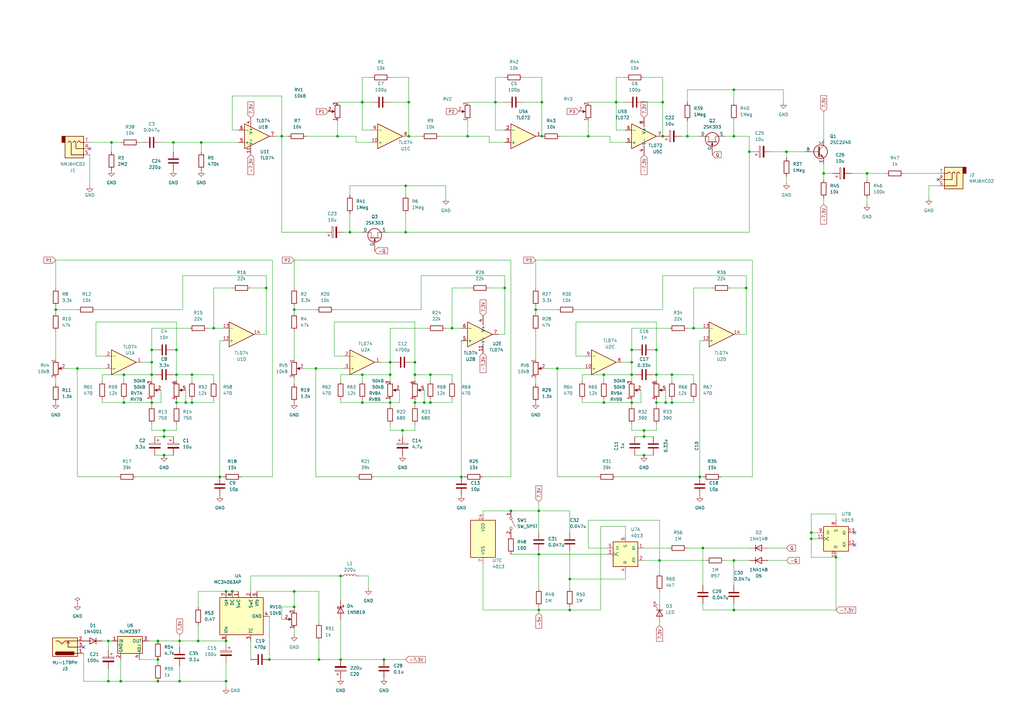
<source format=kicad_sch>
(kicad_sch (version 20230121) (generator eeschema)
  (paper "A3")
  (junction (at 233.68 237.49))
  (junction (at 219.71 127))
  (junction (at 64.77 279.4))
  (junction (at 62.23 148.59))
  (junction (at 271.78 41.91))
  (junction (at 90.17 195.58))
  (junction (at 67.31 179.07))
  (junction (at 167.64 41.91))
  (junction (at 22.86 127))
  (junction (at 81.28 262.89))
  (junction (at 64.77 270.51))
  (junction (at 342.9 228.6))
  (junction (at 139.7 270.51))
  (junction (at 220.98 209.55))
  (junction (at 176.53 153.67))
  (junction (at 252.73 41.91))
  (junction (at 62.23 153.67))
  (junction (at 167.64 55.88))
  (junction (at 45.72 58.42))
  (junction (at 173.99 165.1))
  (junction (at 271.78 55.88))
  (junction (at 241.3 55.88))
  (junction (at 259.08 148.59))
  (junction (at 72.39 153.67))
  (junction (at 355.6 71.12))
  (junction (at 129.54 151.13))
  (junction (at 189.23 195.58))
  (junction (at 72.39 143.51))
  (junction (at 228.6 151.13))
  (junction (at 170.18 153.67))
  (junction (at 300.99 229.87))
  (junction (at 307.34 62.23))
  (junction (at 247.65 153.67))
  (junction (at 160.02 148.59))
  (junction (at 259.08 143.51))
  (junction (at 166.37 76.2))
  (junction (at 220.98 227.33))
  (junction (at 259.08 165.1))
  (junction (at 31.75 151.13))
  (junction (at 165.1 176.53))
  (junction (at 138.43 55.88))
  (junction (at 92.71 279.4))
  (junction (at 207.01 118.11))
  (junction (at 148.59 41.91))
  (junction (at 120.65 242.57))
  (junction (at 160.02 165.1))
  (junction (at 222.25 55.88))
  (junction (at 95.25 242.57))
  (junction (at 191.77 55.88))
  (junction (at 247.65 165.1))
  (junction (at 337.82 71.12))
  (junction (at 71.12 58.42))
  (junction (at 73.66 279.4))
  (junction (at 166.37 95.25))
  (junction (at 270.51 229.87))
  (junction (at 143.51 95.25))
  (junction (at 157.48 270.51))
  (junction (at 72.39 165.1))
  (junction (at 264.16 176.53))
  (junction (at 209.55 209.55))
  (junction (at 92.71 262.89))
  (junction (at 264.16 186.69))
  (junction (at 139.7 236.22))
  (junction (at 233.68 250.19))
  (junction (at 222.25 41.91))
  (junction (at 306.07 118.11))
  (junction (at 78.74 165.1))
  (junction (at 115.57 55.88))
  (junction (at 148.59 165.1))
  (junction (at 50.8 153.67))
  (junction (at 300.99 36.83))
  (junction (at 62.23 143.51))
  (junction (at 76.2 165.1))
  (junction (at 67.31 186.69))
  (junction (at 287.02 195.58))
  (junction (at 109.22 118.11))
  (junction (at 300.99 250.19))
  (junction (at 50.8 165.1))
  (junction (at 269.24 143.51))
  (junction (at 322.58 62.23))
  (junction (at 332.74 220.98))
  (junction (at 160.02 153.67))
  (junction (at 176.53 165.1))
  (junction (at 203.2 41.91))
  (junction (at 269.24 153.67))
  (junction (at 49.53 279.4))
  (junction (at 269.24 165.1))
  (junction (at 73.66 262.89))
  (junction (at 44.45 279.4))
  (junction (at 82.55 58.42))
  (junction (at 275.59 153.67))
  (junction (at 62.23 165.1))
  (junction (at 284.48 134.62))
  (junction (at 220.98 250.19))
  (junction (at 78.74 153.67))
  (junction (at 110.49 270.51))
  (junction (at 273.05 165.1))
  (junction (at 120.65 248.92))
  (junction (at 170.18 165.1))
  (junction (at 170.18 148.59))
  (junction (at 259.08 153.67))
  (junction (at 264.16 179.07))
  (junction (at 185.42 134.62))
  (junction (at 281.94 55.88))
  (junction (at 87.63 134.62))
  (junction (at 148.59 153.67))
  (junction (at 130.81 270.51))
  (junction (at 288.29 224.79))
  (junction (at 67.31 176.53))
  (junction (at 92.71 242.57))
  (junction (at 275.59 165.1))
  (junction (at 300.99 55.88))
  (junction (at 120.65 127))
  (junction (at 44.45 262.89))
  (junction (at 332.74 218.44))
  (junction (at 64.77 262.89))
  (no_connect (at 34.29 265.43))
  (no_connect (at 36.83 60.96))
  (no_connect (at 384.81 73.66))
  (no_connect (at 350.52 223.52))
  (no_connect (at 350.52 218.44))
  (wire (pts (xy 62.23 143.51) (xy 62.23 148.59)))
  (wire (pts (xy 55.88 195.58) (xy 90.17 195.58)))
  (wire (pts (xy 252.73 31.75) (xy 256.54 31.75)))
  (wire (pts (xy 163.83 160.02) (xy 163.83 165.1)))
  (wire (pts (xy 271.78 41.91) (xy 271.78 55.88)))
  (wire (pts (xy 73.66 260.35) (xy 73.66 262.89)))
  (wire (pts (xy 72.39 153.67) (xy 78.74 153.67)))
  (wire (pts (xy 256.54 234.95) (xy 256.54 237.49)))
  (wire (pts (xy 146.05 55.88) (xy 146.05 58.42)))
  (wire (pts (xy 198.12 250.19) (xy 220.98 250.19)))
  (wire (pts (xy 120.65 106.68) (xy 120.65 118.11)))
  (wire (pts (xy 139.7 165.1) (xy 148.59 165.1)))
  (wire (pts (xy 284.48 163.83) (xy 284.48 165.1)))
  (wire (pts (xy 281.94 41.91) (xy 281.94 36.83)))
  (wire (pts (xy 109.22 137.16) (xy 106.68 137.16)))
  (wire (pts (xy 337.82 45.72) (xy 337.82 57.15)))
  (wire (pts (xy 274.32 134.62) (xy 259.08 134.62)))
  (wire (pts (xy 332.74 228.6) (xy 342.9 228.6)))
  (wire (pts (xy 381 76.2) (xy 381 81.28)))
  (wire (pts (xy 167.64 55.88) (xy 172.72 55.88)))
  (wire (pts (xy 332.74 220.98) (xy 335.28 220.98)))
  (wire (pts (xy 241.3 49.53) (xy 241.3 55.88)))
  (wire (pts (xy 314.96 224.79) (xy 322.58 224.79)))
  (wire (pts (xy 87.63 165.1) (xy 78.74 165.1)))
  (wire (pts (xy 64.77 271.78) (xy 64.77 270.51)))
  (wire (pts (xy 44.45 279.4) (xy 49.53 279.4)))
  (wire (pts (xy 105.41 242.57) (xy 120.65 242.57)))
  (wire (pts (xy 137.16 146.05) (xy 140.97 146.05)))
  (wire (pts (xy 41.91 262.89) (xy 44.45 262.89)))
  (wire (pts (xy 45.72 262.89) (xy 44.45 262.89)))
  (wire (pts (xy 45.72 58.42) (xy 49.53 58.42)))
  (wire (pts (xy 259.08 176.53) (xy 264.16 176.53)))
  (wire (pts (xy 270.51 242.57) (xy 270.51 247.65)))
  (wire (pts (xy 60.96 262.89) (xy 64.77 262.89)))
  (wire (pts (xy 228.6 195.58) (xy 245.11 195.58)))
  (wire (pts (xy 67.31 176.53) (xy 67.31 179.07)))
  (wire (pts (xy 300.99 55.88) (xy 307.34 55.88)))
  (wire (pts (xy 115.57 39.37) (xy 115.57 55.88)))
  (wire (pts (xy 248.92 224.79) (xy 241.3 224.79)))
  (wire (pts (xy 49.53 279.4) (xy 64.77 279.4)))
  (wire (pts (xy 78.74 153.67) (xy 87.63 153.67)))
  (wire (pts (xy 247.65 165.1) (xy 247.65 163.83)))
  (wire (pts (xy 160.02 153.67) (xy 148.59 153.67)))
  (wire (pts (xy 233.68 248.92) (xy 233.68 250.19)))
  (wire (pts (xy 322.58 72.39) (xy 322.58 74.93)))
  (wire (pts (xy 273.05 165.1) (xy 269.24 165.1)))
  (wire (pts (xy 78.74 163.83) (xy 78.74 165.1)))
  (wire (pts (xy 148.59 31.75) (xy 152.4 31.75)))
  (wire (pts (xy 140.97 95.25) (xy 143.51 95.25)))
  (wire (pts (xy 271.78 113.03) (xy 271.78 127)))
  (wire (pts (xy 260.35 186.69) (xy 264.16 186.69)))
  (wire (pts (xy 120.65 242.57) (xy 130.81 242.57)))
  (wire (pts (xy 270.51 229.87) (xy 264.16 229.87)))
  (wire (pts (xy 337.82 67.31) (xy 337.82 71.12)))
  (wire (pts (xy 370.84 71.12) (xy 384.81 71.12)))
  (wire (pts (xy 214.63 41.91) (xy 222.25 41.91)))
  (wire (pts (xy 256.54 215.9) (xy 246.38 215.9)))
  (wire (pts (xy 62.23 143.51) (xy 63.5 143.51)))
  (wire (pts (xy 270.51 229.87) (xy 270.51 234.95)))
  (wire (pts (xy 182.88 134.62) (xy 185.42 134.62)))
  (wire (pts (xy 87.63 118.11) (xy 95.25 118.11)))
  (wire (pts (xy 238.76 163.83) (xy 238.76 165.1)))
  (wire (pts (xy 332.74 220.98) (xy 332.74 228.6)))
  (wire (pts (xy 76.2 160.02) (xy 76.2 165.1)))
  (wire (pts (xy 78.74 153.67) (xy 78.74 156.21)))
  (wire (pts (xy 173.99 160.02) (xy 173.99 165.1)))
  (wire (pts (xy 228.6 151.13) (xy 240.03 151.13)))
  (wire (pts (xy 259.08 143.51) (xy 260.35 143.51)))
  (wire (pts (xy 355.6 71.12) (xy 363.22 71.12)))
  (wire (pts (xy 62.23 153.67) (xy 62.23 148.59)))
  (wire (pts (xy 281.94 224.79) (xy 288.29 224.79)))
  (wire (pts (xy 281.94 134.62) (xy 284.48 134.62)))
  (wire (pts (xy 233.68 250.19) (xy 220.98 250.19)))
  (wire (pts (xy 170.18 132.08) (xy 137.16 132.08)))
  (wire (pts (xy 64.77 279.4) (xy 73.66 279.4)))
  (wire (pts (xy 264.16 41.91) (xy 271.78 41.91)))
  (wire (pts (xy 62.23 173.99) (xy 62.23 176.53)))
  (wire (pts (xy 185.42 165.1) (xy 176.53 165.1)))
  (wire (pts (xy 143.51 76.2) (xy 166.37 76.2)))
  (wire (pts (xy 151.13 236.22) (xy 151.13 241.3)))
  (wire (pts (xy 168.91 148.59) (xy 170.18 148.59)))
  (wire (pts (xy 270.51 256.54) (xy 270.51 255.27)))
  (wire (pts (xy 281.94 55.88) (xy 287.02 55.88)))
  (wire (pts (xy 87.63 134.62) (xy 91.44 134.62)))
  (wire (pts (xy 148.59 165.1) (xy 160.02 165.1)))
  (wire (pts (xy 130.81 270.51) (xy 139.7 270.51)))
  (wire (pts (xy 262.89 165.1) (xy 259.08 165.1)))
  (wire (pts (xy 139.7 236.22) (xy 139.7 246.38)))
  (wire (pts (xy 41.91 153.67) (xy 41.91 156.21)))
  (wire (pts (xy 273.05 160.02) (xy 273.05 165.1)))
  (wire (pts (xy 72.39 132.08) (xy 39.37 132.08)))
  (wire (pts (xy 110.49 252.73) (xy 110.49 270.51)))
  (wire (pts (xy 71.12 143.51) (xy 72.39 143.51)))
  (wire (pts (xy 71.12 62.23) (xy 71.12 58.42)))
  (wire (pts (xy 191.77 49.53) (xy 191.77 55.88)))
  (wire (pts (xy 241.3 55.88) (xy 250.19 55.88)))
  (wire (pts (xy 111.76 106.68) (xy 22.86 106.68)))
  (wire (pts (xy 148.59 153.67) (xy 139.7 153.67)))
  (wire (pts (xy 238.76 165.1) (xy 247.65 165.1)))
  (wire (pts (xy 307.34 55.88) (xy 307.34 62.23)))
  (wire (pts (xy 198.12 195.58) (xy 209.55 195.58)))
  (wire (pts (xy 337.82 71.12) (xy 337.82 73.66)))
  (wire (pts (xy 170.18 173.99) (xy 170.18 176.53)))
  (wire (pts (xy 160.02 148.59) (xy 161.29 148.59)))
  (wire (pts (xy 170.18 163.83) (xy 170.18 165.1)))
  (wire (pts (xy 165.1 176.53) (xy 165.1 179.07)))
  (wire (pts (xy 62.23 176.53) (xy 67.31 176.53)))
  (wire (pts (xy 166.37 76.2) (xy 182.88 76.2)))
  (wire (pts (xy 233.68 209.55) (xy 220.98 209.55)))
  (wire (pts (xy 259.08 163.83) (xy 259.08 165.1)))
  (wire (pts (xy 95.25 39.37) (xy 115.57 39.37)))
  (wire (pts (xy 219.71 125.73) (xy 219.71 127)))
  (wire (pts (xy 236.22 127) (xy 271.78 127)))
  (wire (pts (xy 207.01 137.16) (xy 204.47 137.16)))
  (wire (pts (xy 219.71 127) (xy 228.6 127)))
  (wire (pts (xy 284.48 118.11) (xy 292.1 118.11)))
  (wire (pts (xy 166.37 270.51) (xy 157.48 270.51)))
  (wire (pts (xy 279.4 55.88) (xy 281.94 55.88)))
  (wire (pts (xy 153.67 195.58) (xy 189.23 195.58)))
  (wire (pts (xy 287.02 195.58) (xy 288.29 195.58)))
  (wire (pts (xy 74.93 113.03) (xy 74.93 127)))
  (wire (pts (xy 252.73 41.91) (xy 252.73 53.34)))
  (wire (pts (xy 143.51 95.25) (xy 148.59 95.25)))
  (wire (pts (xy 332.74 218.44) (xy 332.74 220.98)))
  (wire (pts (xy 62.23 163.83) (xy 62.23 165.1)))
  (wire (pts (xy 306.07 118.11) (xy 306.07 137.16)))
  (wire (pts (xy 22.86 127) (xy 31.75 127)))
  (wire (pts (xy 72.39 132.08) (xy 72.39 143.51)))
  (wire (pts (xy 57.15 58.42) (xy 58.42 58.42)))
  (wire (pts (xy 180.34 55.88) (xy 191.77 55.88)))
  (wire (pts (xy 110.49 270.51) (xy 130.81 270.51)))
  (wire (pts (xy 82.55 58.42) (xy 97.79 58.42)))
  (wire (pts (xy 63.5 186.69) (xy 67.31 186.69)))
  (wire (pts (xy 148.59 153.67) (xy 148.59 156.21)))
  (wire (pts (xy 50.8 153.67) (xy 50.8 156.21)))
  (wire (pts (xy 160.02 134.62) (xy 160.02 148.59)))
  (wire (pts (xy 220.98 250.19) (xy 220.98 251.46)))
  (wire (pts (xy 73.66 273.05) (xy 73.66 279.4)))
  (wire (pts (xy 288.29 224.79) (xy 288.29 240.03)))
  (wire (pts (xy 295.91 195.58) (xy 308.61 195.58)))
  (wire (pts (xy 50.8 165.1) (xy 50.8 163.83)))
  (wire (pts (xy 81.28 242.57) (xy 92.71 242.57)))
  (wire (pts (xy 256.54 219.71) (xy 256.54 215.9)))
  (wire (pts (xy 299.72 118.11) (xy 306.07 118.11)))
  (wire (pts (xy 62.23 165.1) (xy 62.23 166.37)))
  (wire (pts (xy 236.22 146.05) (xy 240.03 146.05)))
  (wire (pts (xy 297.18 55.88) (xy 300.99 55.88)))
  (wire (pts (xy 189.23 139.7) (xy 189.23 195.58)))
  (wire (pts (xy 241.3 41.91) (xy 252.73 41.91)))
  (wire (pts (xy 146.05 58.42) (xy 152.4 58.42)))
  (wire (pts (xy 81.28 262.89) (xy 92.71 262.89)))
  (wire (pts (xy 185.42 134.62) (xy 189.23 134.62)))
  (wire (pts (xy 85.09 134.62) (xy 87.63 134.62)))
  (wire (pts (xy 332.74 218.44) (xy 335.28 218.44)))
  (wire (pts (xy 260.35 179.07) (xy 264.16 179.07)))
  (wire (pts (xy 220.98 227.33) (xy 220.98 241.3)))
  (wire (pts (xy 269.24 132.08) (xy 236.22 132.08)))
  (wire (pts (xy 160.02 31.75) (xy 167.64 31.75)))
  (wire (pts (xy 92.71 271.78) (xy 92.71 279.4)))
  (wire (pts (xy 124.46 151.13) (xy 129.54 151.13)))
  (wire (pts (xy 130.81 242.57) (xy 130.81 255.27)))
  (wire (pts (xy 220.98 248.92) (xy 220.98 250.19)))
  (wire (pts (xy 92.71 242.57) (xy 95.25 242.57)))
  (wire (pts (xy 72.39 163.83) (xy 72.39 165.1)))
  (wire (pts (xy 233.68 237.49) (xy 256.54 237.49)))
  (wire (pts (xy 342.9 210.82) (xy 332.74 210.82)))
  (wire (pts (xy 332.74 210.82) (xy 332.74 218.44)))
  (wire (pts (xy 307.34 62.23) (xy 308.61 62.23)))
  (wire (pts (xy 270.51 229.87) (xy 289.56 229.87)))
  (wire (pts (xy 120.65 127) (xy 129.54 127)))
  (wire (pts (xy 342.9 228.6) (xy 342.9 250.19)))
  (wire (pts (xy 207.01 118.11) (xy 207.01 113.03)))
  (wire (pts (xy 300.99 250.19) (xy 342.9 250.19)))
  (wire (pts (xy 219.71 106.68) (xy 219.71 118.11)))
  (wire (pts (xy 170.18 132.08) (xy 170.18 148.59)))
  (wire (pts (xy 191.77 41.91) (xy 203.2 41.91)))
  (wire (pts (xy 185.42 118.11) (xy 193.04 118.11)))
  (wire (pts (xy 125.73 55.88) (xy 138.43 55.88)))
  (wire (pts (xy 316.23 62.23) (xy 322.58 62.23)))
  (wire (pts (xy 189.23 195.58) (xy 190.5 195.58)))
  (wire (pts (xy 203.2 31.75) (xy 207.01 31.75)))
  (wire (pts (xy 355.6 81.28) (xy 355.6 83.82)))
  (wire (pts (xy 62.23 134.62) (xy 62.23 143.51)))
  (wire (pts (xy 300.99 36.83) (xy 321.31 36.83)))
  (wire (pts (xy 97.79 53.34) (xy 95.25 53.34)))
  (wire (pts (xy 200.66 58.42) (xy 207.01 58.42)))
  (wire (pts (xy 259.08 173.99) (xy 259.08 176.53)))
  (wire (pts (xy 72.39 143.51) (xy 72.39 153.67)))
  (wire (pts (xy 222.25 31.75) (xy 222.25 41.91)))
  (wire (pts (xy 300.99 229.87) (xy 300.99 240.03)))
  (wire (pts (xy 102.87 262.89) (xy 102.87 270.51)))
  (wire (pts (xy 264.16 31.75) (xy 271.78 31.75)))
  (wire (pts (xy 129.54 151.13) (xy 140.97 151.13)))
  (wire (pts (xy 300.99 49.53) (xy 300.99 55.88)))
  (wire (pts (xy 220.98 226.06) (xy 220.98 227.33)))
  (wire (pts (xy 99.06 195.58) (xy 111.76 195.58)))
  (wire (pts (xy 307.34 62.23) (xy 307.34 95.25)))
  (wire (pts (xy 233.68 218.44) (xy 233.68 209.55)))
  (wire (pts (xy 269.24 143.51) (xy 269.24 153.67)))
  (wire (pts (xy 185.42 118.11) (xy 185.42 134.62)))
  (wire (pts (xy 259.08 153.67) (xy 259.08 156.21)))
  (wire (pts (xy 120.65 154.94) (xy 120.65 157.48)))
  (wire (pts (xy 78.74 165.1) (xy 76.2 165.1)))
  (wire (pts (xy 120.65 127) (xy 120.65 128.27)))
  (wire (pts (xy 219.71 127) (xy 219.71 128.27)))
  (wire (pts (xy 284.48 118.11) (xy 284.48 134.62)))
  (wire (pts (xy 148.59 41.91) (xy 148.59 53.34)))
  (wire (pts (xy 170.18 153.67) (xy 176.53 153.67)))
  (wire (pts (xy 87.63 153.67) (xy 87.63 156.21)))
  (wire (pts (xy 284.48 134.62) (xy 288.29 134.62)))
  (wire (pts (xy 269.24 173.99) (xy 269.24 176.53)))
  (wire (pts (xy 246.38 250.19) (xy 233.68 250.19)))
  (wire (pts (xy 172.72 113.03) (xy 172.72 127)))
  (wire (pts (xy 66.04 58.42) (xy 71.12 58.42)))
  (wire (pts (xy 176.53 165.1) (xy 173.99 165.1)))
  (wire (pts (xy 67.31 186.69) (xy 71.12 186.69)))
  (wire (pts (xy 247.65 165.1) (xy 259.08 165.1)))
  (wire (pts (xy 200.66 118.11) (xy 207.01 118.11)))
  (wire (pts (xy 259.08 153.67) (xy 259.08 148.59)))
  (wire (pts (xy 120.65 248.92) (xy 120.65 250.19)))
  (wire (pts (xy 185.42 153.67) (xy 185.42 156.21)))
  (wire (pts (xy 81.28 248.92) (xy 81.28 242.57)))
  (wire (pts (xy 50.8 153.67) (xy 41.91 153.67)))
  (wire (pts (xy 209.55 227.33) (xy 220.98 227.33)))
  (wire (pts (xy 220.98 205.74) (xy 220.98 209.55)))
  (wire (pts (xy 58.42 148.59) (xy 62.23 148.59)))
  (wire (pts (xy 115.57 248.92) (xy 120.65 248.92)))
  (wire (pts (xy 163.83 165.1) (xy 160.02 165.1)))
  (wire (pts (xy 337.82 71.12) (xy 341.63 71.12)))
  (wire (pts (xy 219.71 154.94) (xy 219.71 157.48)))
  (wire (pts (xy 158.75 95.25) (xy 166.37 95.25)))
  (wire (pts (xy 275.59 163.83) (xy 275.59 165.1)))
  (wire (pts (xy 129.54 195.58) (xy 146.05 195.58)))
  (wire (pts (xy 160.02 173.99) (xy 160.02 176.53)))
  (wire (pts (xy 109.22 118.11) (xy 109.22 137.16)))
  (wire (pts (xy 236.22 132.08) (xy 236.22 146.05)))
  (wire (pts (xy 267.97 153.67) (xy 269.24 153.67)))
  (wire (pts (xy 255.27 148.59) (xy 259.08 148.59)))
  (wire (pts (xy 176.53 153.67) (xy 176.53 156.21)))
  (wire (pts (xy 120.65 135.89) (xy 120.65 147.32)))
  (wire (pts (xy 166.37 76.2) (xy 166.37 80.01)))
  (wire (pts (xy 247.65 153.67) (xy 238.76 153.67)))
  (wire (pts (xy 288.29 139.7) (xy 287.02 139.7)))
  (wire (pts (xy 271.78 31.75) (xy 271.78 41.91)))
  (wire (pts (xy 269.24 163.83) (xy 269.24 165.1)))
  (wire (pts (xy 160.02 165.1) (xy 160.02 166.37)))
  (wire (pts (xy 288.29 250.19) (xy 300.99 250.19)))
  (wire (pts (xy 49.53 270.51) (xy 49.53 279.4)))
  (wire (pts (xy 170.18 153.67) (xy 170.18 156.21)))
  (wire (pts (xy 203.2 31.75) (xy 203.2 41.91)))
  (wire (pts (xy 306.07 118.11) (xy 306.07 113.03)))
  (wire (pts (xy 252.73 31.75) (xy 252.73 41.91)))
  (wire (pts (xy 207.01 53.34) (xy 203.2 53.34)))
  (wire (pts (xy 91.44 139.7) (xy 90.17 139.7)))
  (wire (pts (xy 36.83 58.42) (xy 45.72 58.42)))
  (wire (pts (xy 87.63 163.83) (xy 87.63 165.1)))
  (wire (pts (xy 139.7 163.83) (xy 139.7 165.1)))
  (wire (pts (xy 137.16 127) (xy 172.72 127)))
  (wire (pts (xy 81.28 256.54) (xy 81.28 262.89)))
  (wire (pts (xy 34.29 279.4) (xy 44.45 279.4)))
  (wire (pts (xy 129.54 151.13) (xy 129.54 195.58)))
  (wire (pts (xy 73.66 262.89) (xy 73.66 265.43)))
  (wire (pts (xy 143.51 87.63) (xy 143.51 95.25)))
  (wire (pts (xy 176.53 153.67) (xy 185.42 153.67)))
  (wire (pts (xy 139.7 153.67) (xy 139.7 156.21)))
  (wire (pts (xy 314.96 229.87) (xy 322.58 229.87)))
  (wire (pts (xy 76.2 165.1) (xy 72.39 165.1)))
  (wire (pts (xy 170.18 165.1) (xy 170.18 166.37)))
  (wire (pts (xy 36.83 63.5) (xy 36.83 76.2)))
  (wire (pts (xy 160.02 163.83) (xy 160.02 165.1)))
  (wire (pts (xy 214.63 31.75) (xy 222.25 31.75)))
  (wire (pts (xy 220.98 209.55) (xy 220.98 218.44)))
  (wire (pts (xy 130.81 262.89) (xy 130.81 270.51)))
  (wire (pts (xy 92.71 264.16) (xy 92.71 262.89)))
  (wire (pts (xy 233.68 237.49) (xy 233.68 241.3)))
  (wire (pts (xy 111.76 195.58) (xy 111.76 106.68)))
  (wire (pts (xy 198.12 209.55) (xy 198.12 210.82)))
  (wire (pts (xy 72.39 153.67) (xy 72.39 156.21)))
  (wire (pts (xy 300.99 36.83) (xy 300.99 41.91)))
  (wire (pts (xy 147.32 236.22) (xy 151.13 236.22)))
  (wire (pts (xy 138.43 55.88) (xy 146.05 55.88)))
  (wire (pts (xy 281.94 36.83) (xy 300.99 36.83)))
  (wire (pts (xy 252.73 195.58) (xy 287.02 195.58)))
  (wire (pts (xy 165.1 176.53) (xy 170.18 176.53)))
  (wire (pts (xy 39.37 127) (xy 74.93 127)))
  (wire (pts (xy 82.55 58.42) (xy 82.55 62.23)))
  (wire (pts (xy 259.08 153.67) (xy 247.65 153.67)))
  (wire (pts (xy 109.22 118.11) (xy 109.22 113.03)))
  (wire (pts (xy 92.71 281.94) (xy 92.71 279.4)))
  (wire (pts (xy 41.91 163.83) (xy 41.91 165.1)))
  (wire (pts (xy 22.86 127) (xy 22.86 128.27)))
  (wire (pts (xy 207.01 118.11) (xy 207.01 137.16)))
  (wire (pts (xy 139.7 254) (xy 139.7 270.51)))
  (wire (pts (xy 156.21 148.59) (xy 160.02 148.59)))
  (wire (pts (xy 223.52 151.13) (xy 228.6 151.13)))
  (wire (pts (xy 77.47 134.62) (xy 62.23 134.62)))
  (wire (pts (xy 267.97 143.51) (xy 269.24 143.51)))
  (wire (pts (xy 115.57 254) (xy 115.57 248.92)))
  (wire (pts (xy 269.24 132.08) (xy 269.24 143.51)))
  (wire (pts (xy 41.91 165.1) (xy 50.8 165.1)))
  (wire (pts (xy 39.37 146.05) (xy 43.18 146.05)))
  (wire (pts (xy 44.45 274.32) (xy 44.45 279.4)))
  (wire (pts (xy 284.48 153.67) (xy 284.48 156.21)))
  (wire (pts (xy 288.29 224.79) (xy 307.34 224.79)))
  (wire (pts (xy 269.24 153.67) (xy 269.24 156.21)))
  (wire (pts (xy 95.25 242.57) (xy 97.79 242.57)))
  (wire (pts (xy 200.66 55.88) (xy 200.66 58.42)))
  (wire (pts (xy 264.16 186.69) (xy 267.97 186.69)))
  (wire (pts (xy 160.02 148.59) (xy 160.02 153.67)))
  (wire (pts (xy 160.02 153.67) (xy 160.02 156.21)))
  (wire (pts (xy 57.15 270.51) (xy 64.77 270.51)))
  (wire (pts (xy 220.98 227.33) (xy 248.92 227.33)))
  (wire (pts (xy 109.22 113.03) (xy 74.93 113.03)))
  (wire (pts (xy 90.17 139.7) (xy 90.17 195.58)))
  (wire (pts (xy 22.86 125.73) (xy 22.86 127)))
  (wire (pts (xy 102.87 118.11) (xy 109.22 118.11)))
  (wire (pts (xy 337.82 81.28) (xy 337.82 83.82)))
  (wire (pts (xy 264.16 176.53) (xy 269.24 176.53)))
  (wire (pts (xy 275.59 153.67) (xy 275.59 156.21)))
  (wire (pts (xy 264.16 224.79) (xy 274.32 224.79)))
  (wire (pts (xy 160.02 176.53) (xy 165.1 176.53)))
  (wire (pts (xy 64.77 262.89) (xy 73.66 262.89)))
  (wire (pts (xy 259.08 134.62) (xy 259.08 143.51)))
  (wire (pts (xy 133.35 95.25) (xy 115.57 95.25)))
  (wire (pts (xy 173.99 165.1) (xy 170.18 165.1)))
  (wire (pts (xy 63.5 179.07) (xy 67.31 179.07)))
  (wire (pts (xy 87.63 118.11) (xy 87.63 134.62)))
  (wire (pts (xy 306.07 137.16) (xy 303.53 137.16)))
  (wire (pts (xy 185.42 163.83) (xy 185.42 165.1)))
  (wire (pts (xy 228.6 151.13) (xy 228.6 195.58)))
  (wire (pts (xy 166.37 87.63) (xy 166.37 95.25)))
  (wire (pts (xy 241.3 213.36) (xy 270.51 213.36)))
  (wire (pts (xy 50.8 165.1) (xy 62.23 165.1)))
  (wire (pts (xy 322.58 62.23) (xy 322.58 64.77)))
  (wire (pts (xy 102.87 236.22) (xy 102.87 242.57)))
  (wire (pts (xy 66.04 160.02) (xy 66.04 165.1)))
  (wire (pts (xy 34.29 267.97) (xy 34.29 279.4)))
  (wire (pts (xy 342.9 213.36) (xy 342.9 210.82)))
  (wire (pts (xy 246.38 215.9) (xy 246.38 250.19)))
  (wire (pts (xy 44.45 262.89) (xy 44.45 266.7)))
  (wire (pts (xy 259.08 143.51) (xy 259.08 148.59)))
  (wire (pts (xy 137.16 132.08) (xy 137.16 146.05)))
  (wire (pts (xy 73.66 279.4) (xy 92.71 279.4)))
  (wire (pts (xy 209.55 106.68) (xy 120.65 106.68)))
  (wire (pts (xy 288.29 247.65) (xy 288.29 250.19)))
  (wire (pts (xy 148.59 31.75) (xy 148.59 41.91)))
  (wire (pts (xy 160.02 41.91) (xy 167.64 41.91)))
  (wire (pts (xy 71.12 153.67) (xy 72.39 153.67)))
  (wire (pts (xy 139.7 270.51) (xy 157.48 270.51)))
  (wire (pts (xy 138.43 41.91) (xy 148.59 41.91)))
  (wire (pts (xy 284.48 165.1) (xy 275.59 165.1)))
  (wire (pts (xy 148.59 165.1) (xy 148.59 163.83)))
  (wire (pts (xy 203.2 41.91) (xy 203.2 53.34)))
  (wire (pts (xy 308.61 106.68) (xy 219.71 106.68)))
  (wire (pts (xy 229.87 55.88) (xy 241.3 55.88)))
  (wire (pts (xy 209.55 209.55) (xy 220.98 209.55)))
  (wire (pts (xy 182.88 76.2) (xy 182.88 81.28)))
  (wire (pts (xy 281.94 49.53) (xy 281.94 55.88)))
  (wire (pts (xy 167.64 41.91) (xy 167.64 55.88)))
  (wire (pts (xy 72.39 173.99) (xy 72.39 176.53)))
  (wire (pts (xy 264.16 176.53) (xy 264.16 179.07)))
  (wire (pts (xy 297.18 229.87) (xy 300.99 229.87)))
  (wire (pts (xy 138.43 49.53) (xy 138.43 55.88)))
  (wire (pts (xy 355.6 71.12) (xy 355.6 73.66)))
  (wire (pts (xy 256.54 41.91) (xy 252.73 41.91)))
  (wire (pts (xy 198.12 231.14) (xy 198.12 250.19)))
  (wire (pts (xy 322.58 62.23) (xy 330.2 62.23)))
  (wire (pts (xy 191.77 139.7) (xy 189.23 139.7)))
  (wire (pts (xy 349.25 71.12) (xy 355.6 71.12)))
  (wire (pts (xy 275.59 153.67) (xy 284.48 153.67)))
  (wire (pts (xy 26.67 151.13) (xy 31.75 151.13)))
  (wire (pts (xy 120.65 257.81) (xy 120.65 260.35)))
  (wire (pts (xy 250.19 58.42) (xy 256.54 58.42)))
  (wire (pts (xy 72.39 165.1) (xy 72.39 166.37)))
  (wire (pts (xy 95.25 53.34) (xy 95.25 39.37)))
  (wire (pts (xy 262.89 160.02) (xy 262.89 165.1)))
  (wire (pts (xy 170.18 148.59) (xy 170.18 153.67)))
  (wire (pts (xy 115.57 55.88) (xy 118.11 55.88)))
  (wire (pts (xy 62.23 153.67) (xy 62.23 156.21)))
  (wire (pts (xy 308.61 195.58) (xy 308.61 106.68)))
  (wire (pts (xy 207.01 41.91) (xy 203.2 41.91)))
  (wire (pts (xy 384.81 76.2) (xy 381 76.2)))
  (wire (pts (xy 62.23 153.67) (xy 63.5 153.67)))
  (wire (pts (xy 250.19 55.88) (xy 250.19 58.42)))
  (wire (pts (xy 152.4 53.34) (xy 148.59 53.34)))
  (wire (pts (xy 73.66 262.89) (xy 81.28 262.89)))
  (wire (pts (xy 116.84 254) (xy 115.57 254)))
  (wire (pts (xy 269.24 165.1) (xy 269.24 166.37)))
  (wire (pts (xy 259.08 153.67) (xy 260.35 153.67)))
  (wire (pts (xy 233.68 226.06) (xy 233.68 237.49)))
  (wire (pts (xy 120.65 242.57) (xy 120.65 248.92)))
  (wire (pts (xy 222.25 41.91) (xy 222.25 55.88)))
  (wire (pts (xy 167.64 31.75) (xy 167.64 41.91)))
  (wire (pts (xy 39.37 132.08) (xy 39.37 146.05)))
  (wire (pts (xy 115.57 55.88) (xy 113.03 55.88)))
  (wire (pts (xy 219.71 135.89) (xy 219.71 147.32)))
  (wire (pts (xy 321.31 36.83) (xy 321.31 41.91)))
  (wire (pts (xy 22.86 135.89) (xy 22.86 147.32)))
  (wire (pts (xy 120.65 125.73) (xy 120.65 127)))
  (wire (pts (xy 259.08 165.1) (xy 259.08 166.37)))
  (wire (pts (xy 45.72 58.42) (xy 45.72 62.23)))
  (wire (pts (xy 238.76 153.67) (xy 238.76 156.21)))
  (wire (pts (xy 300.99 247.65) (xy 300.99 250.19)))
  (wire (pts (xy 306.07 113.03) (xy 271.78 113.03)))
  (wire (pts (xy 287.02 139.7) (xy 287.02 195.58)))
  (wire (pts (xy 90.17 195.58) (xy 91.44 195.58)))
  (wire (pts (xy 31.75 195.58) (xy 48.26 195.58)))
  (wire (pts (xy 22.86 154.94) (xy 22.86 157.48)))
  (wire (pts (xy 31.75 151.13) (xy 31.75 195.58)))
  (wire (pts (xy 143.51 80.01) (xy 143.51 76.2)))
  (wire (pts (xy 269.24 153.67) (xy 275.59 153.67)))
  (wire (pts (xy 300.99 229.87) (xy 307.34 229.87)))
  (wire (pts (xy 176.53 163.83) (xy 176.53 165.1)))
  (wire (pts (xy 191.77 55.88) (xy 200.66 55.88)))
  (wire (pts (xy 207.01 113.03) (xy 172.72 113.03)))
  (wire (pts (xy 209.55 195.58) (xy 209.55 106.68)))
  (wire (pts (xy 67.31 176.53) (xy 72.39 176.53)))
  (wire (pts (xy 264.16 179.07) (xy 267.97 179.07)))
  (wire (pts (xy 22.86 106.68) (xy 22.86 118.11)))
  (wire (pts (xy 247.65 153.67) (xy 247.65 156.21)))
  (wire (pts (xy 66.04 165.1) (xy 62.23 165.1)))
  (wire (pts (xy 166.37 95.25) (xy 307.34 95.25)))
  (wire (pts (xy 241.3 224.79) (xy 241.3 213.36)))
  (wire (pts (xy 102.87 236.22) (xy 139.7 236.22)))
  (wire (pts (xy 67.31 179.07) (xy 71.12 179.07)))
  (wire (pts (xy 256.54 53.34) (xy 252.73 53.34)))
  (wire (pts (xy 198.12 209.55) (xy 209.55 209.55)))
  (wire (pts (xy 71.12 58.42) (xy 82.55 58.42)))
  (wire (pts (xy 115.57 55.88) (xy 115.57 95.25)))
  (wire (pts (xy 152.4 41.91) (xy 148.59 41.91)))
  (wire (pts (xy 31.75 151.13) (xy 43.18 151.13)))
  (wire (pts (xy 175.26 134.62) (xy 160.02 134.62)))
  (wire (pts (xy 270.51 213.36) (xy 270.51 229.87)))
  (wire (pts (xy 275.59 165.1) (xy 273.05 165.1)))
  (wire (pts (xy 62.23 153.67) (xy 50.8 153.67)))
  (global_label "P1" (shape input) (at 134.62 45.72 180) (property "Intersheetrefs" "${INTERSHEET_REFS}" (effects hide)))
  (global_label "7.3V" (shape input) (at 73.66 260.35 90) (property "Intersheetrefs" "${INTERSHEET_REFS}" (effects hide)))
  (global_label "-7.3V" (shape input) (at 198.12 144.78 270) (property "Intersheetrefs" "${INTERSHEET_REFS}" (effects hide)))
  (global_label "7.3V" (shape input) (at 198.12 129.54 90) (property "Intersheetrefs" "${INTERSHEET_REFS}" (effects hide)))
  (global_label "P3" (shape input) (at 237.49 45.72 180) (property "Intersheetrefs" "${INTERSHEET_REFS}" (effects hide)))
  (global_label "7.3V" (shape input) (at 220.98 205.74 90) (property "Intersheetrefs" "${INTERSHEET_REFS}" (effects hide)))
  (global_label "-7.3V" (shape input) (at 337.82 83.82 270) (property "Intersheetrefs" "${INTERSHEET_REFS}" (effects hide)))
  (global_label "P3" (shape input) (at 219.71 106.68 180) (property "Intersheetrefs" "${INTERSHEET_REFS}" (effects hide)))
  (global_label "-7.3V" (shape input) (at 342.9 250.19 0) (property "Intersheetrefs" "${INTERSHEET_REFS}" (effects hide)))
  (global_label "-5v" (shape input) (at 220.98 251.46 270) (property "Intersheetrefs" "${INTERSHEET_REFS}" (effects hide)))
  (global_label "-7.3V" (shape input) (at 264.16 63.5 270) (property "Intersheetrefs" "${INTERSHEET_REFS}" (effects hide)))
  (global_label "-7.3V" (shape input) (at 102.87 63.5 270) (property "Intersheetrefs" "${INTERSHEET_REFS}" (effects hide)))
  (global_label "7.3V" (shape input) (at 102.87 48.26 90) (property "Intersheetrefs" "${INTERSHEET_REFS}" (effects hide)))
  (global_label "P1" (shape input) (at 22.86 106.68 180) (property "Intersheetrefs" "${INTERSHEET_REFS}" (effects hide)))
  (global_label "-Q" (shape input) (at 153.67 102.87 0) (property "Intersheetrefs" "${INTERSHEET_REFS}" (effects hide)))
  (global_label "7.3V" (shape input) (at 264.16 48.26 90) (property "Intersheetrefs" "${INTERSHEET_REFS}" (effects hide)))
  (global_label "P2" (shape input) (at 187.96 45.72 180) (property "Intersheetrefs" "${INTERSHEET_REFS}" (effects hide)))
  (global_label "-Q" (shape input) (at 322.58 229.87 0) (property "Intersheetrefs" "${INTERSHEET_REFS}" (effects hide)))
  (global_label "Q" (shape input) (at 292.1 63.5 0) (property "Intersheetrefs" "${INTERSHEET_REFS}" (effects hide)))
  (global_label "Q" (shape input) (at 322.58 224.79 0) (property "Intersheetrefs" "${INTERSHEET_REFS}" (effects hide)))
  (global_label "-7.3V" (shape input) (at 166.37 270.51 0) (property "Intersheetrefs" "${INTERSHEET_REFS}" (effects hide)))
  (global_label "7.3V" (shape input) (at 270.51 256.54 270) (property "Intersheetrefs" "${INTERSHEET_REFS}" (effects hide)))
  (global_label "P2" (shape input) (at 120.65 106.68 180) (property "Intersheetrefs" "${INTERSHEET_REFS}" (effects hide)))
  (global_label "7.3V" (shape input) (at 337.82 45.72 90) (property "Intersheetrefs" "${INTERSHEET_REFS}" (effects hide)))
  (symbol (lib_id "Device:R") (at 139.7 160.02 0) (mirror y) (unit 1)
    (property "Reference" "R62" (at 135.89 158.75 0) (effects (justify left)))
    (property "Value" "470" (at 135.89 161.29 0) (effects (justify left)))
    (property "Footprint" "Resistor_THT:R_Axial_DIN0207_L6.3mm_D2.5mm_P7.62mm_Horizontal" (effects hide))
  )
  (symbol (lib_id "Device:R") (at 133.35 127 90) (unit 1)
    (property "Reference" "R20" (at 133.35 120.65 90))
    (property "Value" "10k" (at 133.35 123.19 90))
    (property "Footprint" "Resistor_THT:R_Axial_DIN0207_L6.3mm_D2.5mm_P7.62mm_Horizontal" (effects hide))
  )
  (symbol (lib_id "power:GND") (at 82.55 69.85 0) (unit 1)
    (property "Reference" "#PWR033" (effects hide))
    (property "Value" "GND" (at 82.55 74.93 0))
  )
  (symbol (lib_id "Regulator_Switching:MC34063AP") (at 97.79 252.73 90) (unit 1)
    (property "Reference" "U4" (at 99.06 236.22 90) (effects (justify left)))
    (property "Value" "MC34063AP" (at 99.06 238.76 90) (effects (justify left)))
    (property "Footprint" "Package_DIP:DIP-8_W7.62mm" (effects hide))
    (property "Datasheet" "http://www.onsemi.com/pub_link/Collateral/MC34063A-D.PDF" (effects hide))
  )
  (symbol (lib_id "Device:R") (at 81.28 252.73 0) (unit 1)
    (property "Reference" "R53" (at 83.82 251.46 0) (effects (justify left)))
    (property "Value" "0.47" (at 83.82 254 0) (effects (justify left)))
    (property "Footprint" "Resistor_THT:R_Axial_DIN0207_L6.3mm_D2.5mm_P7.62mm_Horizontal" (effects hide))
  )
  (symbol (lib_id "Device:R") (at 72.39 170.18 0) (unit 1)
    (property "Reference" "R14" (at 74.93 168.91 0) (effects (justify left)))
    (property "Value" "750" (at 74.93 171.45 0) (effects (justify left)))
    (property "Footprint" "Resistor_THT:R_Axial_DIN0207_L6.3mm_D2.5mm_P7.62mm_Horizontal" (effects hide))
  )
  (symbol (lib_id "Device:R_Potentiometer") (at 241.3 45.72 180) (unit 1)
    (property "Reference" "RV3" (at 231.14 40.64 0) (effects (justify right)))
    (property "Value" "10kB" (effects hide))
    (property "Footprint" "Potentiometer_THT:Potentiometer_Alps_RK09K_Single_Vertical" (effects hide))
  )
  (symbol (lib_id "Device:R") (at 64.77 275.59 0) (unit 1)
    (property "Reference" "R55" (at 67.31 274.32 0) (effects (justify left)))
    (property "Value" "1k" (at 67.31 276.86 0) (effects (justify left)))
    (property "Footprint" "Resistor_THT:R_Axial_DIN0207_L6.3mm_D2.5mm_P7.62mm_Horizontal" (effects hide))
  )
  (symbol (lib_id "Device:C_Polarized") (at 137.16 95.25 90) (unit 1)
    (property "Reference" "C23" (at 136.271 87.63 90))
    (property "Value" "10u" (at 136.271 90.17 90))
    (property "Footprint" "Capacitor_THT:CP_Radial_D5.0mm_P2.00mm" (effects hide))
  )
  (symbol (lib_id "power:GND") (at 189.23 203.2 0) (unit 1)
    (property "Reference" "#PWR011" (effects hide))
    (property "Value" "GND" (at 189.23 208.28 0))
  )
  (symbol (lib_id "Device:R") (at 87.63 160.02 0) (unit 1)
    (property "Reference" "R58" (at 91.44 158.75 0) (effects (justify left)))
    (property "Value" "470" (at 91.44 161.29 0) (effects (justify left)))
    (property "Footprint" "Resistor_THT:R_Axial_DIN0207_L6.3mm_D2.5mm_P7.62mm_Horizontal" (effects hide))
  )
  (symbol (lib_id "Device:C") (at 264.16 153.67 90) (unit 1)
    (property "Reference" "C17" (at 264.16 147.32 90))
    (property "Value" "0.33n" (at 264.16 149.86 90))
    (property "Footprint" "Capacitor_THT:C_Rect_L6.0mm_W3.0mm_P3.50mm_MKS02_FKP02" (effects hide))
  )
  (symbol (lib_id "Device:C_Polarized") (at 312.42 62.23 90) (unit 1)
    (property "Reference" "C25" (at 311.531 54.61 90))
    (property "Value" "10u" (at 311.531 57.15 90))
    (property "Footprint" "Capacitor_THT:CP_Radial_D5.0mm_P2.00mm" (effects hide))
  )
  (symbol (lib_id "power:GND") (at 92.71 281.94 0) (unit 1)
    (property "Reference" "#PWR05" (effects hide))
    (property "Value" "GND" (at 96.52 283.21 0))
  )
  (symbol (lib_id "Device:R") (at 209.55 223.52 180) (unit 1)
    (property "Reference" "R48" (at 212.09 222.25 0) (effects (justify right)))
    (property "Value" "100" (at 212.09 224.79 0) (effects (justify right)))
    (property "Footprint" "Resistor_THT:R_Axial_DIN0207_L6.3mm_D2.5mm_P7.62mm_Horizontal" (effects hide))
  )
  (symbol (lib_id "Device:C") (at 287.02 199.39 0) (unit 1)
    (property "Reference" "C18" (at 290.83 198.12 0) (effects (justify left)))
    (property "Value" "10p" (at 290.83 200.66 0) (effects (justify left)))
    (property "Footprint" "Capacitor_THT:C_Rect_L7.0mm_W2.5mm_P5.00mm" (effects hide))
  )
  (symbol (lib_id "Device:R") (at 219.71 161.29 0) (unit 1)
    (property "Reference" "R29" (at 222.25 160.02 0) (effects (justify left)))
    (property "Value" "1.5k" (at 222.25 162.56 0) (effects (justify left)))
    (property "Footprint" "Resistor_THT:R_Axial_DIN0207_L6.3mm_D2.5mm_P7.62mm_Horizontal" (effects hide))
  )
  (symbol (lib_id "Device:C_Polarized") (at 275.59 55.88 90) (unit 1)
    (property "Reference" "C22" (at 274.701 48.26 90))
    (property "Value" "10u" (at 274.701 50.8 90))
    (property "Footprint" "Capacitor_THT:CP_Radial_D5.0mm_P2.00mm" (effects hide))
  )
  (symbol (lib_id "power:GND") (at 71.12 69.85 0) (unit 1)
    (property "Reference" "#PWR032" (effects hide))
    (property "Value" "GND" (at 71.12 74.93 0))
  )
  (symbol (lib_id "Device:R") (at 219.71 121.92 0) (unit 1)
    (property "Reference" "R27" (at 222.25 120.65 0) (effects (justify left)))
    (property "Value" "3.3k" (at 222.25 123.19 0) (effects (justify left)))
    (property "Footprint" "Resistor_THT:R_Axial_DIN0207_L6.3mm_D2.5mm_P7.62mm_Horizontal" (effects hide))
  )
  (symbol (lib_id "Device:R") (at 64.77 266.7 0) (unit 1)
    (property "Reference" "R54" (at 67.31 265.43 0) (effects (justify left)))
    (property "Value" "4.7k" (at 67.31 267.97 0) (effects (justify left)))
    (property "Footprint" "Resistor_THT:R_Axial_DIN0207_L6.3mm_D2.5mm_P7.62mm_Horizontal" (effects hide))
  )
  (symbol (lib_id "power:PWR_FLAG") (at 31.75 247.65 0) (unit 1)
    (property "Reference" "#FLG03" (effects hide))
    (property "Value" "PWR_FLAG" (effects hide))
  )
  (symbol (lib_id "Amplifier_Operational:TL072") (at 266.7 55.88 0) (unit 3)
    (property "Reference" "U5" (at 271.78 62.23 0) (effects (justify right)))
    (property "Value" "TL072" (at 271.78 59.69 0) (effects (justify right)))
    (property "Footprint" "Package_DIP:DIP-8_W7.62mm" (effects hide))
    (property "Datasheet" "http://www.ti.com/lit/ds/symlink/tl071.pdf" (effects hide))
  )
  (symbol (lib_id "Device:C") (at 220.98 222.25 180) (unit 1)
    (property "Reference" "C31" (at 224.79 220.98 0) (effects (justify right)))
    (property "Value" "0.047u" (at 224.79 223.52 0) (effects (justify right)))
    (property "Footprint" "Capacitor_THT:C_Rect_L7.2mm_W5.5mm_P5.00mm_FKS2_FKP2_MKS2_MKP2" (effects hide))
  )
  (symbol (lib_id "Device:R") (at 78.74 160.02 0) (unit 1)
    (property "Reference" "R52" (at 81.28 158.75 0) (effects (justify left)))
    (property "Value" "12k" (at 81.28 161.29 0) (effects (justify left)))
    (property "Footprint" "Resistor_THT:R_Axial_DIN0207_L6.3mm_D2.5mm_P7.62mm_Horizontal" (effects hide))
  )
  (symbol (lib_id "Device:C") (at 210.82 41.91 90) (unit 1)
    (property "Reference" "C5" (at 210.82 34.29 90))
    (property "Value" "100p" (at 210.82 36.83 90))
    (property "Footprint" "Capacitor_THT:C_Rect_L7.0mm_W2.5mm_P5.00mm" (effects hide))
  )
  (symbol (lib_id "power:GND") (at 90.17 203.2 0) (unit 1)
    (property "Reference" "#PWR03" (effects hide))
    (property "Value" "GND" (at 90.17 208.28 0))
  )
  (symbol (lib_id "Device:R") (at 194.31 195.58 90) (unit 1)
    (property "Reference" "R25" (at 194.31 189.23 90))
    (property "Value" "15k" (at 194.31 191.77 90))
    (property "Footprint" "Resistor_THT:R_Axial_DIN0207_L6.3mm_D2.5mm_P7.62mm_Horizontal" (effects hide))
  )
  (symbol (lib_id "Amplifier_Operational:TL074") (at 148.59 148.59 0) (mirror x) (unit 1)
    (property "Reference" "U2" (at 149.86 143.51 0))
    (property "Value" "TL074" (at 149.86 140.97 0))
    (property "Footprint" "Package_DIP:DIP-14_W7.62mm_Socket_LongPads" (effects hide))
    (property "Datasheet" "http://www.ti.com/lit/ds/symlink/tl071.pdf" (effects hide))
  )
  (symbol (lib_id "Diode:1N5819") (at 139.7 250.19 270) (unit 1)
    (property "Reference" "D4" (at 142.24 248.6025 90) (effects (justify left)))
    (property "Value" "1N5819" (at 142.24 251.1425 90) (effects (justify left)))
    (property "Footprint" "Diode_THT:D_DO-41_SOD81_P10.16mm_Horizontal" (effects hide))
    (property "Datasheet" "http://www.vishay.com/docs/88525/1n5817.pdf" (effects hide))
  )
  (symbol (lib_id "Device:D") (at 38.1 262.89 180) (unit 1)
    (property "Reference" "D1" (at 38.1 256.54 0))
    (property "Value" "1N4001" (at 38.1 259.08 0))
    (property "Footprint" "Diode_THT:D_DO-41_SOD81_P7.62mm_Horizontal" (effects hide))
    (property "Sim.Device" "D" (effects hide))
    (property "Sim.Pins" "1=K 2=A" (effects hide))
  )
  (symbol (lib_id "Device:C_Polarized") (at 165.1 182.88 0) (unit 1)
    (property "Reference" "C14" (at 168.91 180.721 0) (effects (justify left)))
    (property "Value" "4.7u" (at 168.91 183.261 0) (effects (justify left)))
    (property "Footprint" "Capacitor_THT:CP_Radial_D5.0mm_P2.00mm" (effects hide))
  )
  (symbol (lib_id "Device:R") (at 120.65 161.29 0) (unit 1)
    (property "Reference" "R19" (at 123.19 160.02 0) (effects (justify left)))
    (property "Value" "1.5k" (at 123.19 162.56 0) (effects (justify left)))
    (property "Footprint" "Resistor_THT:R_Axial_DIN0207_L6.3mm_D2.5mm_P7.62mm_Horizontal" (effects hide))
  )
  (symbol (lib_id "Device:R") (at 62.23 170.18 0) (unit 1)
    (property "Reference" "R13" (at 64.77 168.91 0) (effects (justify left)))
    (property "Value" "750" (at 64.77 171.45 0) (effects (justify left)))
    (property "Footprint" "Resistor_THT:R_Axial_DIN0207_L6.3mm_D2.5mm_P7.62mm_Horizontal" (effects hide))
  )
  (symbol (lib_id "Device:R") (at 260.35 31.75 90) (unit 1)
    (property "Reference" "R44" (at 260.35 25.4 90))
    (property "Value" "10k" (at 260.35 27.94 90))
    (property "Footprint" "Resistor_THT:R_Axial_DIN0207_L6.3mm_D2.5mm_P7.62mm_Horizontal" (effects hide))
  )
  (symbol (lib_id "Simulation_SPICE:NJFET") (at 292.1 58.42 90) (unit 1)
    (property "Reference" "Q2" (at 292.1 49.53 90))
    (property "Value" "2SK303" (at 292.1 52.07 90))
    (property "Footprint" "Package_TO_SOT_THT:TO-92_Inline_2" (effects hide))
    (property "Sim.Device" "NJFET" (effects hide))
    (property "Sim.Type" "SHICHMANHODGES" (effects hide))
    (property "Sim.Pins" "1=D 2=G 3=S" (effects hide))
  )
  (symbol (lib_id "Device:R") (at 99.06 118.11 90) (unit 1)
    (property "Reference" "R16" (at 99.06 111.76 90))
    (property "Value" "22k" (at 99.06 114.3 90))
    (property "Footprint" "Resistor_THT:R_Axial_DIN0207_L6.3mm_D2.5mm_P7.62mm_Horizontal" (effects hide))
  )
  (symbol (lib_id "Device:C") (at 67.31 143.51 90) (unit 1)
    (property "Reference" "C4" (at 67.31 135.89 90))
    (property "Value" "10n" (at 67.31 138.43 90))
    (property "Footprint" "Capacitor_THT:C_Rect_L6.5mm_W3.5mm_P3.50mm_MKS02_FKP02" (effects hide))
  )
  (symbol (lib_id "Device:R") (at 210.82 31.75 90) (unit 1)
    (property "Reference" "R42" (at 210.82 25.4 90))
    (property "Value" "10k" (at 210.82 27.94 90))
    (property "Footprint" "Resistor_THT:R_Axial_DIN0207_L6.3mm_D2.5mm_P7.62mm_Horizontal" (effects hide))
  )
  (symbol (lib_id "Device:R") (at 355.6 77.47 180) (unit 1)
    (property "Reference" "R46" (at 358.14 76.2 0) (effects (justify right)))
    (property "Value" "100k" (at 358.14 78.74 0) (effects (justify right)))
    (property "Footprint" "Resistor_THT:R_Axial_DIN0207_L6.3mm_D2.5mm_P7.62mm_Horizontal" (effects hide))
  )
  (symbol (lib_id "Device:R") (at 120.65 121.92 0) (unit 1)
    (property "Reference" "R2" (at 123.19 120.65 0) (effects (justify left)))
    (property "Value" "3.3k" (at 123.19 123.19 0) (effects (justify left)))
    (property "Footprint" "Resistor_THT:R_Axial_DIN0207_L6.3mm_D2.5mm_P7.62mm_Horizontal" (effects hide))
  )
  (symbol (lib_id "Device:R") (at 259.08 170.18 0) (unit 1)
    (property "Reference" "R32" (at 261.62 168.91 0) (effects (justify left)))
    (property "Value" "390" (at 261.62 171.45 0) (effects (justify left)))
    (property "Footprint" "Resistor_THT:R_Axial_DIN0207_L6.3mm_D2.5mm_P7.62mm_Horizontal" (effects hide))
  )
  (symbol (lib_id "Device:R") (at 120.65 132.08 0) (unit 1)
    (property "Reference" "R4" (at 123.19 130.81 0) (effects (justify left)))
    (property "Value" "47k" (at 123.19 133.35 0) (effects (justify left)))
    (property "Footprint" "Resistor_THT:R_Axial_DIN0207_L6.3mm_D2.5mm_P7.62mm_Horizontal" (effects hide))
  )
  (symbol (lib_id "Device:R") (at 143.51 83.82 180) (unit 1)
    (property "Reference" "R41" (at 146.05 82.55 0) (effects (justify right)))
    (property "Value" "1Meg" (at 146.05 85.09 0) (effects (justify right)))
    (property "Footprint" "Resistor_THT:R_Axial_DIN0207_L6.3mm_D2.5mm_P7.62mm_Horizontal" (effects hide))
  )
  (symbol (lib_id "Device:R") (at 269.24 170.18 0) (unit 1)
    (property "Reference" "R33" (at 271.78 168.91 0) (effects (justify left)))
    (property "Value" "390" (at 271.78 171.45 0) (effects (justify left)))
    (property "Footprint" "Resistor_THT:R_Axial_DIN0207_L6.3mm_D2.5mm_P7.62mm_Horizontal" (effects hide))
  )
  (symbol (lib_id "Device:C_Polarized") (at 71.12 182.88 0) (unit 1)
    (property "Reference" "C1" (at 74.93 180.721 0) (effects (justify left)))
    (property "Value" "10u" (at 74.93 183.261 0) (effects (justify left)))
    (property "Footprint" "Capacitor_THT:CP_Radial_D5.0mm_P2.00mm" (effects hide))
  )
  (symbol (lib_id "Amplifier_Operational:TL074") (at 99.06 137.16 0) (mirror x) (unit 4)
    (property "Reference" "U1" (at 99.06 147.32 0))
    (property "Value" "TL074" (at 99.06 144.78 0))
    (property "Footprint" "Package_DIP:DIP-14_W7.62mm_Socket_LongPads" (effects hide))
    (property "Datasheet" "http://www.ti.com/lit/ds/symlink/tl071.pdf" (effects hide))
  )
  (symbol (lib_id "Device:R") (at 45.72 66.04 0) (unit 1)
    (property "Reference" "R3" (at 48.26 64.77 0) (effects (justify left)))
    (property "Value" "2M2" (at 48.26 67.31 0) (effects (justify left)))
    (property "Footprint" "Resistor_THT:R_Axial_DIN0207_L6.3mm_D2.5mm_P7.62mm_Horizontal" (effects hide))
  )
  (symbol (lib_id "Device:R") (at 284.48 160.02 0) (unit 1)
    (property "Reference" "R67" (at 288.29 158.75 0) (effects (justify left)))
    (property "Value" "470" (at 288.29 161.29 0) (effects (justify left)))
    (property "Footprint" "Resistor_THT:R_Axial_DIN0207_L6.3mm_D2.5mm_P7.62mm_Horizontal" (effects hide))
  )
  (symbol (lib_id "4xxx:4013") (at 198.12 220.98 0) (unit 3)
    (property "Reference" "U7" (at 201.93 229.87 0) (effects (justify left)))
    (property "Value" "4013" (at 201.93 232.41 0) (effects (justify left)))
    (property "Footprint" "Package_DIP:DIP-14_W7.62mm" (effects hide))
    (property "Datasheet" "http://www.onsemi.com/pub/Collateral/MC14013B-D.PDF" (effects hide))
  )
  (symbol (lib_id "Device:C") (at 233.68 222.25 180) (unit 1)
    (property "Reference" "C32" (at 233.68 213.36 0) (effects (justify right)))
    (property "Value" "0.047u" (at 233.68 215.9 0) (effects (justify right)))
    (property "Footprint" "Capacitor_THT:C_Rect_L7.2mm_W5.5mm_P5.00mm_FKS2_FKP2_MKS2_MKP2" (effects hide))
  )
  (symbol (lib_id "power:GND") (at 67.31 186.69 0) (unit 1)
    (property "Reference" "#PWR02" (effects hide))
    (property "Value" "GND" (at 67.31 191.77 0))
  )
  (symbol (lib_id "Amplifier_Operational:TL074") (at 105.41 55.88 0) (unit 5)
    (property "Reference" "U1" (at 106.68 62.23 0) (effects (justify left)))
    (property "Value" "TL074" (at 106.68 64.77 0) (effects (justify left)))
    (property "Footprint" "Package_DIP:DIP-14_W7.62mm_Socket_LongPads" (effects hide))
    (property "Datasheet" "http://www.ti.com/lit/ds/symlink/tl071.pdf" (effects hide))
  )
  (symbol (lib_id "Device:R") (at 176.53 160.02 0) (unit 1)
    (property "Reference" "R68" (at 179.07 158.75 0) (effects (justify left)))
    (property "Value" "12k" (at 179.07 161.29 0) (effects (justify left)))
    (property "Footprint" "Resistor_THT:R_Axial_DIN0207_L6.3mm_D2.5mm_P7.62mm_Horizontal" (effects hide))
  )
  (symbol (lib_id "Device:R") (at 322.58 68.58 180) (unit 1)
    (property "Reference" "R37" (at 325.12 67.31 0) (effects (justify right)))
    (property "Value" "1Meg" (at 325.12 69.85 0) (effects (justify right)))
    (property "Footprint" "Resistor_THT:R_Axial_DIN0207_L6.3mm_D2.5mm_P7.62mm_Horizontal" (effects hide))
  )
  (symbol (lib_id "Simulation_SPICE:NPN") (at 335.28 62.23 0) (unit 1)
    (property "Reference" "Q1" (at 340.36 55.88 0) (effects (justify left)))
    (property "Value" "2SC2240" (at 340.36 58.42 0) (effects (justify left)))
    (property "Footprint" "Package_TO_SOT_THT:TO-92_Inline_4" (effects hide))
    (property "Sim.Device" "NPN" (effects hide))
    (property "Sim.Type" "GUMMELPOON" (effects hide))
    (property "Sim.Pins" "1=E 2=C 3=B" (effects hide))
  )
  (symbol (lib_id "4xxx:4013") (at 342.9 220.98 0) (unit 2)
    (property "Reference" "U7" (at 345.0941 210.82 0) (effects (justify left)))
    (property "Value" "4013" (at 345.0941 213.36 0) (effects (justify left)))
    (property "Footprint" "Package_DIP:DIP-14_W7.62mm" (effects hide))
    (property "Datasheet" "http://www.onsemi.com/pub/Collateral/MC14013B-D.PDF" (effects hide))
  )
  (symbol (lib_id "Device:R") (at 238.76 160.02 0) (mirror y) (unit 1)
    (property "Reference" "R64" (at 234.95 158.75 0) (effects (justify left)))
    (property "Value" "470" (at 234.95 161.29 0) (effects (justify left)))
    (property "Footprint" "Resistor_THT:R_Axial_DIN0207_L6.3mm_D2.5mm_P7.62mm_Horizontal" (effects hide))
  )
  (symbol (lib_id "Device:R") (at 278.13 134.62 90) (unit 1)
    (property "Reference" "R34" (at 278.13 128.27 90))
    (property "Value" "22k" (at 278.13 130.81 90))
    (property "Footprint" "Resistor_THT:R_Axial_DIN0207_L6.3mm_D2.5mm_P7.62mm_Horizontal" (effects hide))
  )
  (symbol (lib_id "Device:C_Polarized") (at 139.7 274.32 0) (mirror x) (unit 1)
    (property "Reference" "C20" (at 143.51 276.479 0) (effects (justify left)))
    (property "Value" "220u" (at 143.51 273.939 0) (effects (justify left)))
    (property "Footprint" "Capacitor_THT:CP_Radial_D8.0mm_P2.50mm" (effects hide))
  )
  (symbol (lib_id "Amplifier_Operational:TL074") (at 200.66 137.16 0) (unit 5)
    (property "Reference" "U2" (at 201.93 140.97 0) (effects (justify left)))
    (property "Value" "TL074" (at 200.66 143.51 0) (effects (justify left)))
    (property "Footprint" "Package_DIP:DIP-14_W7.62mm_Socket_LongPads" (effects hide))
    (property "Datasheet" "http://www.ti.com/lit/ds/symlink/tl071.pdf" (effects hide))
  )
  (symbol (lib_id "Amplifier_Operational:TL074") (at 160.02 55.88 0) (mirror x) (unit 3)
    (property "Reference" "U1" (at 166.37 60.96 0))
    (property "Value" "TL074" (at 166.37 58.42 0))
    (property "Footprint" "Package_DIP:DIP-14_W7.62mm_Socket_LongPads" (effects hide))
    (property "Datasheet" "http://www.ti.com/lit/ds/symlink/tl071.pdf" (effects hide))
  )
  (symbol (lib_id "Device:R") (at 81.28 134.62 90) (unit 1)
    (property "Reference" "R15" (at 81.28 128.27 90))
    (property "Value" "22k" (at 81.28 130.81 90))
    (property "Footprint" "Resistor_THT:R_Axial_DIN0207_L6.3mm_D2.5mm_P7.62mm_Horizontal" (effects hide))
  )
  (symbol (lib_id "Device:R") (at 176.53 55.88 90) (unit 1)
    (property "Reference" "R9" (at 176.53 49.53 90))
    (property "Value" "10k" (at 176.53 52.07 90))
    (property "Footprint" "Resistor_THT:R_Axial_DIN0207_L6.3mm_D2.5mm_P7.62mm_Horizontal" (effects hide))
  )
  (symbol (lib_id "Amplifier_Operational:TL072") (at 264.16 55.88 0) (mirror x) (unit 2)
    (property "Reference" "U5" (at 255.27 45.72 0))
    (property "Value" "TL072" (at 255.27 48.26 0))
    (property "Footprint" "Package_DIP:DIP-8_W7.62mm" (effects hide))
    (property "Datasheet" "http://www.ti.com/lit/ds/symlink/tl071.pdf" (effects hide))
  )
  (symbol (lib_id "Connector_Audio:AudioJack3") (at 389.89 73.66 180) (unit 1)
    (property "Reference" "J2" (at 397.4518 71.755 0) (effects (justify right)))
    (property "Value" "NMJ6HCD2" (at 397.4518 74.295 0) (effects (justify right)))
    (property "Footprint" "Connector_Audio:Jack_6.35mm_Neutrik_NMJ6HCD2_Horizontal" (effects hide))
  )
  (symbol (lib_id "Device:R") (at 233.68 245.11 180) (unit 1)
    (property "Reference" "R50" (at 236.22 243.84 0) (effects (justify right)))
    (property "Value" "1M" (at 236.22 246.38 0) (effects (justify right)))
    (property "Footprint" "Resistor_THT:R_Axial_DIN0207_L6.3mm_D2.5mm_P7.62mm_Horizontal" (effects hide))
  )
  (symbol (lib_id "Device:C") (at 264.16 143.51 90) (unit 1)
    (property "Reference" "C16" (at 264.16 135.89 90))
    (property "Value" "1n" (at 264.16 138.43 90))
    (property "Footprint" "Capacitor_THT:C_Rect_L6.5mm_W3.5mm_P3.50mm_MKS02_FKP02" (effects hide))
  )
  (symbol (lib_id "Device:C_Polarized") (at 345.44 71.12 90) (unit 1)
    (property "Reference" "C26" (at 344.551 63.5 90))
    (property "Value" "10u" (at 344.551 66.04 90))
    (property "Footprint" "Capacitor_THT:CP_Radial_D5.0mm_P2.00mm" (effects hide))
  )
  (symbol (lib_id "Device:R_Potentiometer") (at 120.65 151.13 0) (unit 1)
    (property "Reference" "RV5" (at 118.11 149.86 0) (effects (justify right)))
    (property "Value" "10kB" (at 118.11 152.4 0) (effects (justify right)))
    (property "Footprint" "Potentiometer_THT:Potentiometer_Alps_RK09K_Single_Vertical" (effects hide))
  )
  (symbol (lib_id "power:GND") (at 264.16 186.69 0) (unit 1)
    (property "Reference" "#PWR013" (effects hide))
    (property "Value" "GND" (at 264.16 191.77 0))
  )
  (symbol (lib_id "Device:C_Polarized") (at 92.71 267.97 0) (mirror y) (unit 1)
    (property "Reference" "C15" (at 88.9 265.811 0) (effects (justify left)))
    (property "Value" "100u" (at 88.9 268.351 0) (effects (justify left)))
    (property "Footprint" "Capacitor_THT:CP_Radial_D10.0mm_P5.00mm" (effects hide))
  )
  (symbol (lib_id "Device:C") (at 67.31 153.67 90) (unit 1)
    (property "Reference" "C8" (at 67.31 147.32 90))
    (property "Value" "3.3n" (at 67.31 149.86 90))
    (property "Footprint" "Capacitor_THT:C_Rect_L6.0mm_W3.0mm_P3.50mm_MKS02_FKP02" (effects hide))
  )
  (symbol (lib_id "Device:R") (at 22.86 161.29 0) (unit 1)
    (property "Reference" "R11" (at 25.4 160.02 0) (effects (justify left)))
    (property "Value" "1.5k" (at 25.4 162.56 0) (effects (justify left)))
    (property "Footprint" "Resistor_THT:R_Axial_DIN0207_L6.3mm_D2.5mm_P7.62mm_Horizontal" (effects hide))
  )
  (symbol (lib_id "power:GND") (at 120.65 260.35 0) (unit 1)
    (property "Reference" "#PWR08" (effects hide))
    (property "Value" "GND" (at 120.65 265.43 0))
  )
  (symbol (lib_id "Device:R") (at 52.07 195.58 90) (unit 1)
    (property "Reference" "R17" (at 52.07 189.23 90))
    (property "Value" "39k" (at 52.07 191.77 90))
    (property "Footprint" "Resistor_THT:R_Axial_DIN0207_L6.3mm_D2.5mm_P7.62mm_Horizontal" (effects hide))
  )
  (symbol (lib_id "Device:R_Potentiometer_Dual_Separate") (at 259.08 160.02 0) (mirror x) (unit 1)
    (property "Reference" "RV9" (at 255.27 161.29 0) (effects (justify right)))
    (property "Value" "50kB" (at 256.54 158.75 0) (effects (justify right)))
    (property "Footprint" "Potentiometer_THT:Potentiometer_Alps_RK12L12C_Double_Vertical" (effects hide))
  )
  (symbol (lib_id "Amplifier_Operational:TL074") (at 196.85 137.16 0) (mirror x) (unit 2)
    (property "Reference" "U2" (at 193.04 147.32 0))
    (property "Value" "TL074" (at 193.04 144.78 0))
    (property "Footprint" "Package_DIP:DIP-14_W7.62mm_Socket_LongPads" (effects hide))
    (property "Datasheet" "http://www.ti.com/lit/ds/symlink/tl071.pdf" (effects hide))
  )
  (symbol (lib_id "power:GND") (at 287.02 203.2 0) (unit 1)
    (property "Reference" "#PWR014" (effects hide))
    (property "Value" "GND" (at 287.02 208.28 0))
  )
  (symbol (lib_id "Device:R") (at 185.42 160.02 0) (unit 1)
    (property "Reference" "R69" (at 189.23 158.75 0) (effects (justify left)))
    (property "Value" "470" (at 189.23 161.29 0) (effects (justify left)))
    (property "Footprint" "Resistor_THT:R_Axial_DIN0207_L6.3mm_D2.5mm_P7.62mm_Horizontal" (effects hide))
  )
  (symbol (lib_id "Device:R") (at 35.56 127 90) (unit 1)
    (property "Reference" "R12" (at 35.56 120.65 90))
    (property "Value" "10k" (at 35.56 123.19 90))
    (property "Footprint" "Resistor_THT:R_Axial_DIN0207_L6.3mm_D2.5mm_P7.62mm_Horizontal" (effects hide))
  )
  (symbol (lib_id "Device:R") (at 232.41 127 90) (unit 1)
    (property "Reference" "R30" (at 232.41 120.65 90))
    (property "Value" "10k" (at 232.41 123.19 90))
    (property "Footprint" "Resistor_THT:R_Axial_DIN0207_L6.3mm_D2.5mm_P7.62mm_Horizontal" (effects hide))
  )
  (symbol (lib_id "Device:C") (at 62.23 58.42 90) (unit 1)
    (property "Reference" "C3" (at 62.23 50.8 90))
    (property "Value" "0.047u" (at 62.23 53.34 90))
    (property "Footprint" "Capacitor_THT:C_Rect_L8.5mm_W5.5mm_P5.00mm_FKS2_FKP2_MKS2_MKP2" (effects hide))
  )
  (symbol (lib_id "Device:C") (at 260.35 41.91 90) (unit 1)
    (property "Reference" "C6" (at 260.35 34.29 90))
    (property "Value" "100p" (at 260.35 36.83 90))
    (property "Footprint" "Capacitor_THT:C_Rect_L7.0mm_W2.5mm_P5.00mm" (effects hide))
  )
  (symbol (lib_id "Device:R") (at 50.8 160.02 0) (mirror y) (unit 1)
    (property "Reference" "R59" (at 48.26 158.75 0) (effects (justify left)))
    (property "Value" "12k" (at 48.26 161.29 0) (effects (justify left)))
    (property "Footprint" "Resistor_THT:R_Axial_DIN0207_L6.3mm_D2.5mm_P7.62mm_Horizontal" (effects hide))
  )
  (symbol (lib_id "power:GND") (at 151.13 241.3 0) (unit 1)
    (property "Reference" "#PWR016" (effects hide))
    (property "Value" "GND" (at 151.13 246.38 0))
  )
  (symbol (lib_id "Device:R") (at 219.71 132.08 0) (unit 1)
    (property "Reference" "R28" (at 222.25 130.81 0) (effects (justify left)))
    (property "Value" "47k" (at 222.25 133.35 0) (effects (justify left)))
    (property "Footprint" "Resistor_THT:R_Axial_DIN0207_L6.3mm_D2.5mm_P7.62mm_Horizontal" (effects hide))
  )
  (symbol (lib_id "Device:LED") (at 270.51 251.46 270) (unit 1)
    (property "Reference" "D3" (at 273.05 248.6025 90) (effects (justify left)))
    (property "Value" "LED" (at 273.05 251.1425 90) (effects (justify left)))
    (property "Footprint" "LED_THT:LED_D3.0mm" (effects hide))
  )
  (symbol (lib_id "Device:C") (at 73.66 269.24 0) (unit 1)
    (property "Reference" "C35" (at 77.47 267.97 0) (effects (justify left)))
    (property "Value" "0.1u" (at 77.47 270.51 0) (effects (justify left)))
    (property "Footprint" "Capacitor_THT:C_Rect_L7.0mm_W2.5mm_P5.00mm" (effects hide))
  )
  (symbol (lib_id "Device:R") (at 156.21 31.75 90) (unit 1)
    (property "Reference" "R1" (at 156.21 25.4 90))
    (property "Value" "10k" (at 156.21 27.94 90))
    (property "Footprint" "Resistor_THT:R_Axial_DIN0207_L6.3mm_D2.5mm_P7.62mm_Horizontal" (effects hide))
  )
  (symbol (lib_id "Device:R") (at 247.65 160.02 0) (mirror y) (unit 1)
    (property "Reference" "R65" (at 245.11 158.75 0) (effects (justify left)))
    (property "Value" "12k" (at 245.11 161.29 0) (effects (justify left)))
    (property "Footprint" "Resistor_THT:R_Axial_DIN0207_L6.3mm_D2.5mm_P7.62mm_Horizontal" (effects hide))
  )
  (symbol (lib_id "Device:R") (at 22.86 121.92 0) (unit 1)
    (property "Reference" "R8" (at 25.4 120.65 0) (effects (justify left)))
    (property "Value" "3.3k" (at 25.4 123.19 0) (effects (justify left)))
    (property "Footprint" "Resistor_THT:R_Axial_DIN0207_L6.3mm_D2.5mm_P7.62mm_Horizontal" (effects hide))
  )
  (symbol (lib_id "Device:R_Potentiometer_Dual_Separate") (at 62.23 160.02 0) (mirror x) (unit 1)
    (property "Reference" "RV7" (at 58.42 161.29 0) (effects (justify right)))
    (property "Value" "50kB" (at 59.69 158.75 0) (effects (justify right)))
    (property "Footprint" "Potentiometer_THT:Potentiometer_Alps_RK12L12C_Double_Vertical" (effects hide))
  )
  (symbol (lib_id "Device:R") (at 149.86 195.58 90) (unit 1)
    (property "Reference" "R21" (at 149.86 189.23 90))
    (property "Value" "39k" (at 149.86 191.77 90))
    (property "Footprint" "Resistor_THT:R_Axial_DIN0207_L6.3mm_D2.5mm_P7.62mm_Horizontal" (effects hide))
  )
  (symbol (lib_id "Amplifier_Operational:TL074") (at 105.41 55.88 0) (mirror x) (unit 2)
    (property "Reference" "U1" (at 107.95 52.07 0))
    (property "Value" "TL074" (at 107.95 49.53 0))
    (property "Footprint" "Package_DIP:DIP-14_W7.62mm_Socket_LongPads" (effects hide))
    (property "Datasheet" "http://www.ti.com/lit/ds/symlink/tl071.pdf" (effects hide))
  )
  (symbol (lib_id "my_lib:NJM2397") (at 53.34 262.89 0) (unit 1)
    (property "Reference" "U6" (at 53.34 256.54 0))
    (property "Value" "NJM2397" (at 53.34 259.08 0))
    (property "Footprint" "Package_TO_SOT_THT:TO-220-4_Vertical_NJM2397" (effects hide))
    (property "Datasheet" "http://www.st.com/content/ccc/resource/technical/document/datasheet/41/4f/b3/b0/12/d4/47/88/CD00000444.pdf/files/CD00000444.pdf/jcr:content/translations/en.CD00000444.pdf" (effects hide))
  )
  (symbol (lib_id "Device:R") (at 148.59 160.02 0) (mirror y) (unit 1)
    (property "Reference" "R63" (at 146.05 158.75 0) (effects (justify left)))
    (property "Value" "12k" (at 146.05 161.29 0) (effects (justify left)))
    (property "Footprint" "Resistor_THT:R_Axial_DIN0207_L6.3mm_D2.5mm_P7.62mm_Horizontal" (effects hide))
  )
  (symbol (lib_id "Device:C") (at 300.99 243.84 180) (unit 1)
    (property "Reference" "C30" (at 300.99 234.95 0) (effects (justify right)))
    (property "Value" "0.047u" (at 300.99 237.49 0) (effects (justify right)))
    (property "Footprint" "Capacitor_THT:C_Rect_L7.2mm_W5.5mm_P5.00mm_FKS2_FKP2_MKS2_MKP2" (effects hide))
  )
  (symbol (lib_id "power:GND") (at 182.88 81.28 0) (unit 1)
    (property "Reference" "#PWR035" (effects hide))
    (property "Value" "GND" (at 182.88 86.36 0))
  )
  (symbol (lib_id "Switch:SW_SPST") (at 209.55 214.63 270) (unit 1)
    (property "Reference" "SW1" (at 212.09 213.36 90) (effects (justify left)))
    (property "Value" "SW_SPST" (at 212.09 215.9 90) (effects (justify left)))
    (property "Footprint" "MountingHole:MountingHole_2.2mm_M2_Pad_Double_2" (effects hide))
  )
  (symbol (lib_id "Connector:Barrel_Jack_Switch") (at 26.67 265.43 0) (mirror x) (unit 1)
    (property "Reference" "J3" (at 26.67 274.32 0))
    (property "Value" "MJ-179PH" (at 26.67 271.78 0))
    (property "Footprint" "Connector_BarrelJack:BarrelJack_Effector" (effects hide))
  )
  (symbol (lib_id "Amplifier_Operational:TL074") (at 295.91 137.16 0) (mirror x) (unit 4)
    (property "Reference" "U2" (at 295.91 147.32 0))
    (property "Value" "TL074" (at 295.91 144.78 0))
    (property "Footprint" "Package_DIP:DIP-14_W7.62mm_Socket_LongPads" (effects hide))
    (property "Datasheet" "http://www.ti.com/lit/ds/symlink/tl071.pdf" (effects hide))
  )
  (symbol (lib_id "power:GND") (at 36.83 76.2 0) (unit 1)
    (property "Reference" "#PWR030" (effects hide))
    (property "Value" "GND" (at 36.83 80.01 0))
  )
  (symbol (lib_id "Device:R") (at 82.55 66.04 0) (unit 1)
    (property "Reference" "R5" (at 85.09 64.77 0) (effects (justify left)))
    (property "Value" "470k" (at 85.09 67.31 0) (effects (justify left)))
    (property "Footprint" "Resistor_THT:R_Axial_DIN0207_L6.3mm_D2.5mm_P7.62mm_Horizontal" (effects hide))
  )
  (symbol (lib_id "Device:C") (at 267.97 182.88 0) (unit 1)
    (property "Reference" "C10" (at 285.75 182.88 90))
    (property "Value" "0.33u" (at 273.05 182.88 90))
    (property "Footprint" "Capacitor_THT:C_Rect_L13.0mm_W8.0mm_P10.00mm_FKS3_FKP3_MKS4" (effects hide))
  )
  (symbol (lib_id "Device:R_Potentiometer_Dual_Separate") (at 269.24 160.02 0) (mirror x) (unit 2)
    (property "Reference" "RV9" (at 255.27 163.83 0) (effects (justify right)))
    (property "Value" "50kB" (at 256.54 156.21 0) (effects (justify right)))
    (property "Footprint" "Potentiometer_THT:Potentiometer_Alps_RK12L12C_Double_Vertical" (effects hide))
  )
  (symbol (lib_id "Device:R_Potentiometer") (at 22.86 151.13 0) (unit 1)
    (property "Reference" "RV4" (at 20.32 149.86 0) (effects (justify right)))
    (property "Value" "10kB" (at 20.32 152.4 0) (effects (justify right)))
    (property "Footprint" "Potentiometer_THT:Potentiometer_Alps_RK09K_Single_Vertical" (effects hide))
  )
  (symbol (lib_id "Device:R") (at 293.37 229.87 270) (mirror x) (unit 1)
    (property "Reference" "R57" (at 293.37 236.22 90))
    (property "Value" "1M" (at 293.37 233.68 90))
    (property "Footprint" "Resistor_THT:R_Axial_DIN0207_L6.3mm_D2.5mm_P7.62mm_Horizontal" (effects hide))
  )
  (symbol (lib_id "Device:C") (at 157.48 274.32 0) (unit 1)
    (property "Reference" "C28" (at 161.29 273.05 0) (effects (justify left)))
    (property "Value" "0.1u" (at 161.29 275.59 0) (effects (justify left)))
    (property "Footprint" "Capacitor_THT:C_Rect_L7.0mm_W2.5mm_P5.00mm" (effects hide))
  )
  (symbol (lib_id "4xxx:4013") (at 256.54 227.33 0) (unit 1)
    (property "Reference" "U7" (at 258.7341 217.17 0) (effects (justify left)))
    (property "Value" "4013" (at 258.7341 219.71 0) (effects (justify left)))
    (property "Footprint" "Package_DIP:DIP-14_W7.62mm" (effects hide))
    (property "Datasheet" "http://www.onsemi.com/pub/Collateral/MC14013B-D.PDF" (effects hide))
  )
  (symbol (lib_id "power:GND") (at 45.72 69.85 0) (unit 1)
    (property "Reference" "#PWR06" (effects hide))
    (property "Value" "GND" (at 45.72 74.93 0))
  )
  (symbol (lib_id "Device:R") (at 196.85 118.11 90) (unit 1)
    (property "Reference" "R26" (at 196.85 111.76 90))
    (property "Value" "22k" (at 196.85 114.3 90))
    (property "Footprint" "Resistor_THT:R_Axial_DIN0207_L6.3mm_D2.5mm_P7.62mm_Horizontal" (effects hide))
  )
  (symbol (lib_id "power:GND") (at 322.58 74.93 0) (unit 1)
    (property "Reference" "#PWR04" (effects hide))
    (property "Value" "GND" (at 322.58 80.01 0))
  )
  (symbol (lib_id "Device:C") (at 106.68 270.51 90) (unit 1)
    (property "Reference" "C19" (at 106.68 262.89 90))
    (property "Value" "470p" (at 106.68 265.43 90))
    (property "Footprint" "Capacitor_THT:C_Rect_L7.0mm_W2.5mm_P5.00mm" (effects hide))
  )
  (symbol (lib_id "Device:R") (at 170.18 170.18 0) (unit 1)
    (property "Reference" "R23" (at 172.72 168.91 0) (effects (justify left)))
    (property "Value" "680" (at 172.72 171.45 0) (effects (justify left)))
    (property "Footprint" "Resistor_THT:R_Axial_DIN0207_L6.3mm_D2.5mm_P7.62mm_Horizontal" (effects hide))
  )
  (symbol (lib_id "Amplifier_Operational:TL072") (at 214.63 55.88 0) (mirror x) (unit 1)
    (property "Reference" "U5" (at 214.63 45.72 0))
    (property "Value" "TL072" (at 214.63 48.26 0))
    (property "Footprint" "Package_DIP:DIP-8_W7.62mm" (effects hide))
    (property "Datasheet" "http://www.ti.com/lit/ds/symlink/tl071.pdf" (effects hide))
  )
  (symbol (lib_id "Device:R_Potentiometer") (at 120.65 254 180) (unit 1)
    (property "Reference" "RV10" (at 110.49 248.92 0) (effects (justify right)))
    (property "Value" "10kB" (at 110.49 251.46 0) (effects (justify right)))
    (property "Footprint" "Potentiometer_THT:Potentiometer_Trimmer" (effects hide))
  )
  (symbol (lib_id "Device:L") (at 143.51 236.22 90) (unit 1)
    (property "Reference" "L1" (at 143.51 231.14 90))
    (property "Value" "220u" (at 143.51 233.68 90))
    (property "Footprint" "Inductor_THT:L_Axial_L14.0mm_D4.5mm_P15.24mm_Horizontal_Fastron_LACC" (effects hide))
  )
  (symbol (lib_id "Device:R") (at 281.94 45.72 180) (unit 1)
    (property "Reference" "R39" (at 284.48 44.45 0) (effects (justify right)))
    (property "Value" "1Meg" (at 284.48 46.99 0) (effects (justify right)))
    (property "Footprint" "Resistor_THT:R_Axial_DIN0207_L6.3mm_D2.5mm_P7.62mm_Horizontal" (effects hide))
  )
  (symbol (lib_id "Device:R_Potentiometer_Dual_Separate") (at 72.39 160.02 0) (mirror x) (unit 2)
    (property "Reference" "RV7" (at 58.42 163.83 0) (effects (justify right)))
    (property "Value" "50kB" (at 59.69 156.21 0) (effects (justify right)))
    (property "Footprint" "Potentiometer_THT:Potentiometer_Alps_RK12L12C_Double_Vertical" (effects hide))
  )
  (symbol (lib_id "Simulation_SPICE:NJFET") (at 153.67 97.79 90) (unit 1)
    (property "Reference" "Q3" (at 153.67 88.9 90))
    (property "Value" "2SK303" (at 153.67 91.44 90))
    (property "Footprint" "Package_TO_SOT_THT:TO-92_Inline_2" (effects hide))
    (property "Sim.Device" "NJFET" (effects hide))
    (property "Sim.Type" "SHICHMANHODGES" (effects hide))
    (property "Sim.Pins" "1=D 2=G 3=S" (effects hide))
  )
  (symbol (lib_id "Device:C") (at 260.35 182.88 0) (mirror y) (unit 1)
    (property "Reference" "C11" (at 252.73 182.88 90))
    (property "Value" "1u" (at 255.27 182.88 90))
    (property "Footprint" "Capacitor_THT:C_Rect_L7.2mm_W5.5mm_P5.00mm_FKS2_FKP2_MKS2_MKP2" (effects hide))
  )
  (symbol (lib_id "Device:R") (at 226.06 55.88 90) (unit 1)
    (property "Reference" "R43" (at 226.06 49.53 90))
    (property "Value" "10k" (at 226.06 52.07 90))
    (property "Footprint" "Resistor_THT:R_Axial_DIN0207_L6.3mm_D2.5mm_P7.62mm_Horizontal" (effects hide))
  )
  (symbol (lib_id "Device:C_Polarized") (at 63.5 182.88 0) (mirror y) (unit 1)
    (property "Reference" "C2" (at 59.69 180.721 0) (effects (justify left)))
    (property "Value" "3.3u" (at 59.69 183.261 0) (effects (justify left)))
    (property "Footprint" "Capacitor_THT:CP_Radial_D5.0mm_P2.00mm" (effects hide))
  )
  (symbol (lib_id "Device:R_Potentiometer_Dual_Separate") (at 160.02 160.02 0) (mirror x) (unit 1)
    (property "Reference" "RV8" (at 156.21 161.29 0) (effects (justify right)))
    (property "Value" "50kB" (at 157.48 158.75 0) (effects (justify right)))
    (property "Footprint" "Potentiometer_THT:Potentiometer_Alps_RK12L12C_Double_Vertical" (effects hide))
  )
  (symbol (lib_id "Device:R") (at 41.91 160.02 0) (mirror y) (unit 1)
    (property "Reference" "R61" (at 38.1 158.75 0) (effects (justify left)))
    (property "Value" "470" (at 38.1 161.29 0) (effects (justify left)))
    (property "Footprint" "Resistor_THT:R_Axial_DIN0207_L6.3mm_D2.5mm_P7.62mm_Horizontal" (effects hide))
  )
  (symbol (lib_id "power:GND") (at 381 81.28 0) (unit 1)
    (property "Reference" "#PWR031" (effects hide))
    (property "Value" "GND" (at 381 86.36 0))
  )
  (symbol (lib_id "Device:R") (at 292.1 195.58 90) (unit 1)
    (property "Reference" "R35" (at 292.1 189.23 90))
    (property "Value" "15k" (at 292.1 191.77 90))
    (property "Footprint" "Resistor_THT:R_Axial_DIN0207_L6.3mm_D2.5mm_P7.62mm_Horizontal" (effects hide))
  )
  (symbol (lib_id "Amplifier_Operational:TL074") (at 50.8 148.59 0) (mirror x) (unit 1)
    (property "Reference" "U1" (at 53.34 144.78 0))
    (property "Value" "TL074" (at 53.34 142.24 0))
    (property "Footprint" "Package_DIP:DIP-14_W7.62mm_Socket_LongPads" (effects hide))
    (property "Datasheet" "http://www.ti.com/lit/ds/symlink/tl071.pdf" (effects hide))
  )
  (symbol (lib_id "Device:C") (at 165.1 148.59 90) (unit 1)
    (property "Reference" "C12" (at 165.1 140.97 90))
    (property "Value" "4700p" (at 165.1 143.51 90))
    (property "Footprint" "Capacitor_THT:C_Rect_L6.5mm_W3.5mm_P3.50mm_MKS02_FKP02" (effects hide))
  )
  (symbol (lib_id "Device:C") (at 288.29 243.84 180) (unit 1)
    (property "Reference" "C29" (at 292.1 242.57 0) (effects (justify right)))
    (property "Value" "0.047u" (at 292.1 245.11 0) (effects (justify right)))
    (property "Footprint" "Capacitor_THT:C_Rect_L7.2mm_W5.5mm_P5.00mm_FKS2_FKP2_MKS2_MKP2" (effects hide))
  )
  (symbol (lib_id "Device:R_Potentiometer_Dual_Separate") (at 170.18 160.02 0) (mirror x) (unit 2)
    (property "Reference" "RV8" (at 156.21 163.83 0) (effects (justify right)))
    (property "Value" "50kB" (at 157.48 156.21 0) (effects (justify right)))
    (property "Footprint" "Potentiometer_THT:Potentiometer_Alps_RK12L12C_Double_Vertical" (effects hide))
  )
  (symbol (lib_id "Device:R_Potentiometer") (at 191.77 45.72 180) (unit 1)
    (property "Reference" "RV2" (at 181.61 40.64 0) (effects (justify right)))
    (property "Value" "10kB" (effects hide))
    (property "Footprint" "Potentiometer_THT:Potentiometer_Alps_RK09K_Single_Vertical" (effects hide))
  )
  (symbol (lib_id "Device:R_Potentiometer") (at 219.71 151.13 0) (unit 1)
    (property "Reference" "RV6" (at 217.17 149.86 0) (effects (justify right)))
    (property "Value" "10kB" (at 217.17 152.4 0) (effects (justify right)))
    (property "Footprint" "Potentiometer_THT:Potentiometer_Alps_RK09K_Single_Vertical" (effects hide))
  )
  (symbol (lib_id "power:GND") (at 355.6 83.82 0) (unit 1)
    (property "Reference" "#PWR09" (effects hide))
    (property "Value" "GND" (at 355.6 88.9 0))
  )
  (symbol (lib_id "Device:R") (at 300.99 45.72 180) (unit 1)
    (property "Reference" "R40" (at 303.53 44.45 0) (effects (justify right)))
    (property "Value" "1Meg" (at 303.53 46.99 0) (effects (justify right)))
    (property "Footprint" "Resistor_THT:R_Axial_DIN0207_L6.3mm_D2.5mm_P7.62mm_Horizontal" (effects hide))
  )
  (symbol (lib_id "Device:C") (at 156.21 41.91 90) (unit 1)
    (property "Reference" "C7" (at 156.21 34.29 90))
    (property "Value" "100p" (at 156.21 36.83 90))
    (property "Footprint" "Capacitor_THT:C_Rect_L7.0mm_W2.5mm_P5.00mm" (effects hide))
  )
  (symbol (lib_id "Device:R") (at 270.51 238.76 180) (unit 1)
    (property "Reference" "R60" (at 273.05 237.49 0) (effects (justify right)))
    (property "Value" "4k7" (at 273.05 240.03 0) (effects (justify right)))
    (property "Footprint" "Resistor_THT:R_Axial_DIN0207_L6.3mm_D2.5mm_P2.54mm_Vertical" (effects hide))
  )
  (symbol (lib_id "Device:R") (at 278.13 224.79 270) (unit 1)
    (property "Reference" "R56" (at 278.13 218.44 90))
    (property "Value" "1M" (at 278.13 220.98 90))
    (property "Footprint" "Resistor_THT:R_Axial_DIN0207_L6.3mm_D2.5mm_P7.62mm_Horizontal" (effects hide))
  )
  (symbol (lib_id "Device:R") (at 95.25 195.58 90) (unit 1)
    (property "Reference" "R18" (at 95.25 189.23 90))
    (property "Value" "15k" (at 95.25 191.77 90))
    (property "Footprint" "Resistor_THT:R_Axial_DIN0207_L6.3mm_D2.5mm_P7.62mm_Horizontal" (effects hide))
  )
  (symbol (lib_id "Connector_Audio:AudioJack3") (at 31.75 60.96 0) (mirror x) (unit 1)
    (property "Reference" "J1" (at 29.845 69.85 0))
    (property "Value" "NMJ6HCD2" (at 29.845 67.31 0))
    (property "Footprint" "Connector_Audio:Jack_6.35mm_Neutrik_NMJ6HCD2_Horizontal" (effects hide))
  )
  (symbol (lib_id "Diode:1N4148") (at 311.15 224.79 0) (unit 1)
    (property "Reference" "D2" (at 311.15 218.44 0))
    (property "Value" "1N4148" (at 311.15 220.98 0))
    (property "Footprint" "Diode_THT:D_DO-35_SOD27_P7.62mm_Horizontal" (effects hide))
    (property "Datasheet" "https://assets.nexperia.com/documents/data-sheet/1N4148_1N4448.pdf" (effects hide))
    (property "Sim.Device" "D" (effects hide))
    (property "Sim.Pins" "1=K 2=A" (effects hide))
  )
  (symbol (lib_id "Diode:1N4148") (at 311.15 229.87 0) (mirror x) (unit 1)
    (property "Reference" "D5" (at 311.15 236.22 0))
    (property "Value" "1N4148" (at 311.15 233.68 0))
    (property "Footprint" "Diode_THT:D_DO-35_SOD27_P7.62mm_Horizontal" (effects hide))
    (property "Datasheet" "https://assets.nexperia.com/documents/data-sheet/1N4148_1N4448.pdf" (effects hide))
    (property "Sim.Device" "D" (effects hide))
    (property "Sim.Pins" "1=K 2=A" (effects hide))
  )
  (symbol (lib_id "power:GND") (at 139.7 278.13 0) (unit 1)
    (property "Reference" "#PWR015" (effects hide))
    (property "Value" "GND" (at 139.7 283.21 0))
  )
  (symbol (lib_id "Device:C") (at 90.17 199.39 0) (unit 1)
    (property "Reference" "C9" (at 93.98 198.12 0) (effects (justify left)))
    (property "Value" "10p" (at 93.98 200.66 0) (effects (justify left)))
    (property "Footprint" "Capacitor_THT:C_Rect_L7.0mm_W2.5mm_P5.00mm" (effects hide))
  )
  (symbol (lib_id "Device:R") (at 22.86 132.08 0) (unit 1)
    (property "Reference" "R10" (at 25.4 130.81 0) (effects (justify left)))
    (property "Value" "47k" (at 25.4 133.35 0) (effects (justify left)))
    (property "Footprint" "Resistor_THT:R_Axial_DIN0207_L6.3mm_D2.5mm_P7.62mm_Horizontal" (effects hide))
  )
  (symbol (lib_id "power:GND") (at 321.31 41.91 0) (unit 1)
    (property "Reference" "#PWR034" (effects hide))
    (property "Value" "GND" (at 321.31 46.99 0))
  )
  (symbol (lib_id "Device:R") (at 220.98 245.11 180) (unit 1)
    (property "Reference" "R49" (at 223.52 243.84 0) (effects (justify right)))
    (property "Value" "1M" (at 223.52 246.38 0) (effects (justify right)))
    (property "Footprint" "Resistor_THT:R_Axial_DIN0207_L6.3mm_D2.5mm_P7.62mm_Horizontal" (effects hide))
  )
  (symbol (lib_id "power:GND") (at 219.71 165.1 0) (unit 1)
    (property "Reference" "#PWR012" (effects hide))
    (property "Value" "GND" (at 219.71 170.18 0))
  )
  (symbol (lib_id "Device:R") (at 275.59 160.02 0) (unit 1)
    (property "Reference" "R66" (at 278.13 158.75 0) (effects (justify left)))
    (property "Value" "12k" (at 278.13 161.29 0) (effects (justify left)))
    (property "Footprint" "Resistor_THT:R_Axial_DIN0207_L6.3mm_D2.5mm_P7.62mm_Horizontal" (effects hide))
  )
  (symbol (lib_id "Device:R") (at 367.03 71.12 270) (unit 1)
    (property "Reference" "R47" (at 367.03 64.77 90))
    (property "Value" "1k" (at 367.03 67.31 90))
    (property "Footprint" "Resistor_THT:R_Axial_DIN0207_L6.3mm_D2.5mm_P7.62mm_Horizontal" (effects hide))
  )
  (symbol (lib_id "Device:R") (at 295.91 118.11 90) (unit 1)
    (property "Reference" "R36" (at 295.91 111.76 90))
    (property "Value" "22k" (at 295.91 114.3 90))
    (property "Footprint" "Resistor_THT:R_Axial_DIN0207_L6.3mm_D2.5mm_P7.62mm_Horizontal" (effects hide))
  )
  (symbol (lib_id "Device:R") (at 248.92 195.58 90) (unit 1)
    (property "Reference" "R31" (at 248.92 189.23 90))
    (property "Value" "39k" (at 248.92 191.77 90))
    (property "Footprint" "Resistor_THT:R_Axial_DIN0207_L6.3mm_D2.5mm_P7.62mm_Horizontal" (effects hide))
  )
  (symbol (lib_id "power:GND") (at 120.65 165.1 0) (unit 1)
    (property "Reference" "#PWR07" (effects hide))
    (property "Value" "GND" (at 120.65 170.18 0))
  )
  (symbol (lib_id "power:GND") (at 157.48 278.13 0) (unit 1)
    (property "Reference" "#PWR018" (effects hide))
    (property "Value" "GND" (at 157.48 283.21 0))
  )
  (symbol (lib_id "Device:C_Polarized") (at 44.45 270.51 0) (mirror y) (unit 1)
    (property "Reference" "C21" (at 40.64 268.351 0) (effects (justify left)))
    (property "Value" "100u" (at 40.64 270.891 0) (effects (justify left)))
    (property "Footprint" "Capacitor_THT:CP_Radial_D10.0mm_P5.00mm" (effects hide))
  )
  (symbol (lib_id "power:GND") (at 22.86 165.1 0) (unit 1)
    (property "Reference" "#PWR01" (effects hide))
    (property "Value" "GND" (at 22.86 170.18 0))
  )
  (symbol (lib_id "Device:R_Potentiometer") (at 138.43 45.72 180) (unit 1)
    (property "Reference" "RV1" (at 120.65 36.83 0) (effects (justify right)))
    (property "Value" "10kB" (at 120.65 39.37 0) (effects (justify right)))
    (property "Footprint" "Potentiometer_THT:Potentiometer_Alps_RK09K_Single_Vertical" (effects hide))
  )
  (symbol (lib_id "power:GND") (at 165.1 186.69 0) (unit 1)
    (property "Reference" "#PWR010" (effects hide))
    (property "Value" "GND" (at 165.1 191.77 0))
  )
  (symbol (lib_id "Device:C") (at 71.12 66.04 0) (mirror x) (unit 1)
    (property "Reference" "C24" (at 66.04 66.04 0) (effects (justify right)))
    (property "Value" "220p" (at 66.04 68.58 0) (effects (justify right)))
    (property "Footprint" "Capacitor_THT:C_Rect_L7.0mm_W2.5mm_P5.00mm" (effects hide))
  )
  (symbol (lib_id "power:GND") (at 31.75 247.65 0) (unit 1)
    (property "Reference" "#PWR027" (effects hide))
    (property "Value" "GND" (at 31.75 252.73 0))
  )
  (symbol (lib_id "Device:R") (at 337.82 77.47 180) (unit 1)
    (property "Reference" "R45" (at 340.36 76.2 0) (effects (justify right)))
    (property "Value" "10k" (at 340.36 78.74 0) (effects (justify right)))
    (property "Footprint" "Resistor_THT:R_Axial_DIN0207_L6.3mm_D2.5mm_P7.62mm_Horizontal" (effects hide))
  )
  (symbol (lib_id "Device:R") (at 166.37 83.82 180) (unit 1)
    (property "Reference" "R6" (at 168.91 82.55 0) (effects (justify right)))
    (property "Value" "1Meg" (at 168.91 85.09 0) (effects (justify right)))
    (property "Footprint" "Resistor_THT:R_Axial_DIN0207_L6.3mm_D2.5mm_P7.62mm_Horizontal" (effects hide))
  )
  (symbol (lib_id "Amplifier_Operational:TL074") (at 247.65 148.59 0) (mirror x) (unit 3)
    (property "Reference" "U2" (at 250.19 142.24 0))
    (property "Value" "TL074" (at 250.19 139.7 0))
    (property "Footprint" "Package_DIP:DIP-14_W7.62mm_Socket_LongPads" (effects hide))
    (property "Datasheet" "http://www.ti.com/lit/ds/symlink/tl071.pdf" (effects hide))
  )
  (symbol (lib_id "Device:R") (at 179.07 134.62 90) (unit 1)
    (property "Reference" "R24" (at 179.07 128.27 90))
    (property "Value" "22k" (at 179.07 130.81 90))
    (property "Footprint" "Resistor_THT:R_Axial_DIN0207_L6.3mm_D2.5mm_P7.62mm_Horizontal" (effects hide))
  )
  (symbol (lib_id "Device:R") (at 53.34 58.42 270) (unit 1)
    (property "Reference" "R38" (at 53.34 52.07 90))
    (property "Value" "10k" (at 53.34 54.61 90))
    (property "Footprint" "Resistor_THT:R_Axial_DIN0207_L6.3mm_D2.5mm_P7.62mm_Horizontal" (effects hide))
  )
  (symbol (lib_id "Device:C") (at 189.23 199.39 0) (unit 1)
    (property "Reference" "C13" (at 193.04 198.12 0) (effects (justify left)))
    (property "Value" "10p" (at 193.04 200.66 0) (effects (justify left)))
    (property "Footprint" "Capacitor_THT:C_Rect_L7.0mm_W2.5mm_P5.00mm" (effects hide))
  )
  (symbol (lib_id "Device:R") (at 121.92 55.88 90) (unit 1)
    (property "Reference" "R7" (at 121.92 49.53 90))
    (property "Value" "10k" (at 121.92 52.07 90))
    (property "Footprint" "Resistor_THT:R_Axial_DIN0207_L6.3mm_D2.5mm_P7.62mm_Horizontal" (effects hide))
  )
  (symbol (lib_id "Device:R") (at 160.02 170.18 0) (unit 1)
    (property "Reference" "R22" (at 162.56 168.91 0) (effects (justify left)))
    (property "Value" "680" (at 162.56 171.45 0) (effects (justify left)))
    (property "Footprint" "Resistor_THT:R_Axial_DIN0207_L6.3mm_D2.5mm_P7.62mm_Horizontal" (effects hide))
  )
  (symbol (lib_id "Device:R") (at 130.81 259.08 0) (unit 1)
    (property "Reference" "R51" (at 133.35 257.81 0) (effects (justify left)))
    (property "Value" "1k" (at 133.35 260.35 0) (effects (justify left)))
    (property "Footprint" "Resistor_THT:R_Axial_DIN0207_L6.3mm_D2.5mm_P7.62mm_Horizontal" (effects hide))
  )
)
</source>
